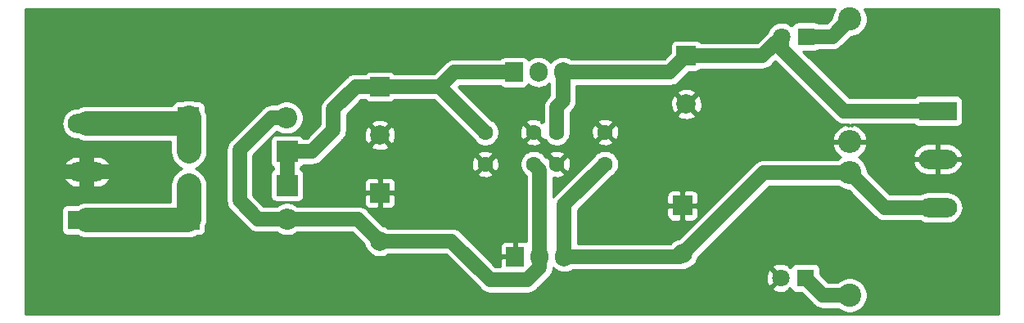
<source format=gbr>
G04 #@! TF.GenerationSoftware,KiCad,Pcbnew,5.1.5+dfsg1-2build2*
G04 #@! TF.CreationDate,2021-08-20T20:11:23+12:00*
G04 #@! TF.ProjectId,15vDualRailAC-DC,31357644-7561-46c5-9261-696c41432d44,rev?*
G04 #@! TF.SameCoordinates,Original*
G04 #@! TF.FileFunction,Copper,L1,Top*
G04 #@! TF.FilePolarity,Positive*
%FSLAX46Y46*%
G04 Gerber Fmt 4.6, Leading zero omitted, Abs format (unit mm)*
G04 Created by KiCad (PCBNEW 5.1.5+dfsg1-2build2) date 2021-08-20 20:11:23*
%MOMM*%
%LPD*%
G04 APERTURE LIST*
%ADD10C,2.000000*%
%ADD11R,2.000000X2.000000*%
%ADD12O,1.905000X2.000000*%
%ADD13R,1.905000X2.000000*%
%ADD14O,2.400000X2.400000*%
%ADD15C,2.400000*%
%ADD16O,3.960000X1.980000*%
%ADD17R,3.960000X1.980000*%
%ADD18C,1.800000*%
%ADD19R,1.800000X1.800000*%
%ADD20O,2.200000X2.200000*%
%ADD21R,2.200000X2.200000*%
%ADD22C,1.600000*%
%ADD23C,1.500000*%
%ADD24C,2.500000*%
%ADD25C,0.254000*%
G04 APERTURE END LIST*
D10*
X125300000Y-72300000D03*
D11*
X125300000Y-67300000D03*
D12*
X144380000Y-84900000D03*
X141840000Y-84900000D03*
D13*
X139300000Y-84900000D03*
D12*
X144240000Y-65800000D03*
X141700000Y-65800000D03*
D13*
X139160000Y-65800000D03*
D14*
X173900000Y-76200000D03*
D15*
X173900000Y-88900000D03*
D14*
X173900000Y-73000000D03*
D15*
X173900000Y-60300000D03*
D16*
X183000000Y-79800000D03*
X183000000Y-74800000D03*
D17*
X183000000Y-69800000D03*
D16*
X95000000Y-71100000D03*
X95000000Y-76100000D03*
D17*
X95000000Y-81100000D03*
D18*
X166760000Y-87100000D03*
D19*
X169300000Y-87100000D03*
D18*
X166860000Y-62100000D03*
D19*
X169400000Y-62100000D03*
D20*
X105540000Y-74000000D03*
D21*
X115700000Y-74000000D03*
D20*
X105540000Y-77500000D03*
D21*
X115700000Y-77500000D03*
D20*
X115660000Y-70500000D03*
D21*
X105500000Y-70500000D03*
D20*
X115700000Y-81000000D03*
D21*
X105540000Y-81000000D03*
D22*
X148600000Y-75300000D03*
X143600000Y-75300000D03*
X148600000Y-72000000D03*
X143600000Y-72000000D03*
D10*
X156600000Y-84600000D03*
D11*
X156600000Y-79600000D03*
D10*
X157000000Y-69100000D03*
D11*
X157000000Y-64100000D03*
D22*
X141200000Y-75300000D03*
X136200000Y-75300000D03*
X141200000Y-72000000D03*
X136200000Y-72000000D03*
D10*
X125300000Y-83300000D03*
D11*
X125300000Y-78300000D03*
D23*
X95000000Y-76100000D02*
X99900000Y-76100000D01*
X91200000Y-76100000D02*
X95000000Y-76100000D01*
X95000000Y-76100000D02*
X95000000Y-78200000D01*
X95000000Y-76100000D02*
X95000000Y-73800000D01*
X115700000Y-77500000D02*
X115700000Y-74000000D01*
X118300000Y-74000000D02*
X120500000Y-71800000D01*
X115700000Y-74000000D02*
X118300000Y-74000000D01*
X122800000Y-67300000D02*
X125300000Y-67300000D01*
X120500000Y-69600000D02*
X122800000Y-67300000D01*
X120500000Y-71800000D02*
X120500000Y-69600000D01*
X131500000Y-67300000D02*
X136200000Y-72000000D01*
X125300000Y-67300000D02*
X131500000Y-67300000D01*
X133000000Y-65800000D02*
X139160000Y-65800000D01*
X131500000Y-67300000D02*
X133000000Y-65800000D01*
X123000000Y-81000000D02*
X125300000Y-83300000D01*
X115700000Y-81000000D02*
X123000000Y-81000000D01*
X125300000Y-83300000D02*
X132700000Y-83300000D01*
X132700000Y-83300000D02*
X136700000Y-87300000D01*
X141840000Y-86022502D02*
X141840000Y-84900000D01*
X140562502Y-87300000D02*
X141840000Y-86022502D01*
X136700000Y-87300000D02*
X140562502Y-87300000D01*
X141840000Y-75940000D02*
X141200000Y-75300000D01*
X141840000Y-84900000D02*
X141840000Y-75940000D01*
X115700000Y-81000000D02*
X112700000Y-81000000D01*
X112700000Y-81000000D02*
X110800000Y-79100000D01*
X114104366Y-70500000D02*
X115660000Y-70500000D01*
X110800000Y-73804366D02*
X114104366Y-70500000D01*
X110800000Y-79100000D02*
X110800000Y-73804366D01*
X143600000Y-72000000D02*
X143600000Y-69400000D01*
X144240000Y-68760000D02*
X144240000Y-65800000D01*
X143600000Y-69400000D02*
X144240000Y-68760000D01*
X155300000Y-65800000D02*
X157000000Y-64100000D01*
X144240000Y-65800000D02*
X155300000Y-65800000D01*
X164860000Y-64100000D02*
X166860000Y-62100000D01*
X157000000Y-64100000D02*
X164860000Y-64100000D01*
X179520000Y-69800000D02*
X183000000Y-69800000D01*
X173287208Y-69800000D02*
X179520000Y-69800000D01*
X166860000Y-63372792D02*
X173287208Y-69800000D01*
X166860000Y-62100000D02*
X166860000Y-63372792D01*
X144380000Y-79520000D02*
X148600000Y-75300000D01*
X144380000Y-84900000D02*
X144380000Y-79520000D01*
X156300000Y-84900000D02*
X156600000Y-84600000D01*
X144380000Y-84900000D02*
X156300000Y-84900000D01*
X165000000Y-76200000D02*
X173900000Y-76200000D01*
X156600000Y-84600000D02*
X165000000Y-76200000D01*
X173900000Y-76200000D02*
X177500000Y-79800000D01*
X177500000Y-79800000D02*
X183000000Y-79800000D01*
D24*
X105540000Y-81000000D02*
X105540000Y-77500000D01*
D23*
X105440000Y-81100000D02*
X105540000Y-81000000D01*
D24*
X95000000Y-81100000D02*
X105440000Y-81100000D01*
D23*
X104900000Y-71100000D02*
X105500000Y-70500000D01*
D24*
X95000000Y-71100000D02*
X104900000Y-71100000D01*
D23*
X105540000Y-70540000D02*
X105500000Y-70500000D01*
D24*
X105540000Y-74000000D02*
X105540000Y-70540000D01*
D23*
X172100000Y-62100000D02*
X173900000Y-60300000D01*
X169400000Y-62100000D02*
X172100000Y-62100000D01*
X171100000Y-88900000D02*
X169300000Y-87100000D01*
X173900000Y-88900000D02*
X171100000Y-88900000D01*
D25*
G36*
X172273844Y-59430801D02*
G01*
X172135518Y-59764750D01*
X172065000Y-60119268D01*
X172065000Y-60176314D01*
X171526315Y-60715000D01*
X170709981Y-60715000D01*
X170654494Y-60669463D01*
X170544180Y-60610498D01*
X170424482Y-60574188D01*
X170300000Y-60561928D01*
X168500000Y-60561928D01*
X168375518Y-60574188D01*
X168255820Y-60610498D01*
X168145506Y-60669463D01*
X168048815Y-60748815D01*
X167969463Y-60845506D01*
X167910498Y-60955820D01*
X167904944Y-60974127D01*
X167838505Y-60907688D01*
X167587095Y-60739701D01*
X167307743Y-60623989D01*
X167011184Y-60565000D01*
X166708816Y-60565000D01*
X166412257Y-60623989D01*
X166132905Y-60739701D01*
X165881495Y-60907688D01*
X165667688Y-61121495D01*
X165499701Y-61372905D01*
X165408690Y-61592625D01*
X164286315Y-62715000D01*
X158505501Y-62715000D01*
X158451185Y-62648815D01*
X158354494Y-62569463D01*
X158244180Y-62510498D01*
X158124482Y-62474188D01*
X158000000Y-62461928D01*
X156000000Y-62461928D01*
X155875518Y-62474188D01*
X155755820Y-62510498D01*
X155645506Y-62569463D01*
X155548815Y-62648815D01*
X155469463Y-62745506D01*
X155410498Y-62855820D01*
X155374188Y-62975518D01*
X155361928Y-63100000D01*
X155361928Y-63779386D01*
X154726315Y-64415000D01*
X145105364Y-64415000D01*
X144850448Y-64278745D01*
X144551203Y-64187970D01*
X144240000Y-64157319D01*
X143928796Y-64187970D01*
X143629551Y-64278745D01*
X143353765Y-64426155D01*
X143112037Y-64624537D01*
X142970000Y-64797609D01*
X142827963Y-64624537D01*
X142586234Y-64426155D01*
X142310448Y-64278745D01*
X142011203Y-64187970D01*
X141700000Y-64157319D01*
X141388796Y-64187970D01*
X141089551Y-64278745D01*
X140813765Y-64426155D01*
X140687905Y-64529446D01*
X140643037Y-64445506D01*
X140563685Y-64348815D01*
X140466994Y-64269463D01*
X140356680Y-64210498D01*
X140236982Y-64174188D01*
X140112500Y-64161928D01*
X138207500Y-64161928D01*
X138083018Y-64174188D01*
X137963320Y-64210498D01*
X137853006Y-64269463D01*
X137756315Y-64348815D01*
X137701999Y-64415000D01*
X133068026Y-64415000D01*
X132999999Y-64408300D01*
X132931972Y-64415000D01*
X132931963Y-64415000D01*
X132728493Y-64435040D01*
X132467419Y-64514236D01*
X132226812Y-64642843D01*
X132226810Y-64642844D01*
X132226811Y-64642844D01*
X132068766Y-64772548D01*
X132068764Y-64772550D01*
X132015919Y-64815919D01*
X131972550Y-64868764D01*
X130926315Y-65915000D01*
X126805501Y-65915000D01*
X126751185Y-65848815D01*
X126654494Y-65769463D01*
X126544180Y-65710498D01*
X126424482Y-65674188D01*
X126300000Y-65661928D01*
X124300000Y-65661928D01*
X124175518Y-65674188D01*
X124055820Y-65710498D01*
X123945506Y-65769463D01*
X123848815Y-65848815D01*
X123794499Y-65915000D01*
X122868026Y-65915000D01*
X122799999Y-65908300D01*
X122731972Y-65915000D01*
X122731963Y-65915000D01*
X122528493Y-65935040D01*
X122267419Y-66014236D01*
X122026812Y-66142843D01*
X121986998Y-66175518D01*
X121868766Y-66272548D01*
X121868764Y-66272550D01*
X121815919Y-66315919D01*
X121772550Y-66368764D01*
X119568764Y-68572551D01*
X119515920Y-68615919D01*
X119472551Y-68668764D01*
X119472548Y-68668767D01*
X119342844Y-68826812D01*
X119214236Y-69067420D01*
X119135040Y-69328493D01*
X119108300Y-69600000D01*
X119115001Y-69668039D01*
X119115000Y-71226314D01*
X117726315Y-72615000D01*
X117367683Y-72615000D01*
X117330537Y-72545506D01*
X117251185Y-72448815D01*
X117154494Y-72369463D01*
X117044180Y-72310498D01*
X116924482Y-72274188D01*
X116800000Y-72261928D01*
X114600000Y-72261928D01*
X114475518Y-72274188D01*
X114355820Y-72310498D01*
X114245506Y-72369463D01*
X114148815Y-72448815D01*
X114069463Y-72545506D01*
X114010498Y-72655820D01*
X113974188Y-72775518D01*
X113961928Y-72900000D01*
X113961928Y-75100000D01*
X113974188Y-75224482D01*
X114010498Y-75344180D01*
X114069463Y-75454494D01*
X114148815Y-75551185D01*
X114245506Y-75630537D01*
X114315001Y-75667683D01*
X114315000Y-75832317D01*
X114245506Y-75869463D01*
X114148815Y-75948815D01*
X114069463Y-76045506D01*
X114010498Y-76155820D01*
X113974188Y-76275518D01*
X113961928Y-76400000D01*
X113961928Y-78600000D01*
X113974188Y-78724482D01*
X114010498Y-78844180D01*
X114069463Y-78954494D01*
X114148815Y-79051185D01*
X114245506Y-79130537D01*
X114355820Y-79189502D01*
X114475518Y-79225812D01*
X114600000Y-79238072D01*
X116800000Y-79238072D01*
X116924482Y-79225812D01*
X117044180Y-79189502D01*
X117154494Y-79130537D01*
X117251185Y-79051185D01*
X117330537Y-78954494D01*
X117389502Y-78844180D01*
X117425812Y-78724482D01*
X117438072Y-78600000D01*
X117438072Y-77300000D01*
X123661928Y-77300000D01*
X123665000Y-78014250D01*
X123823750Y-78173000D01*
X125173000Y-78173000D01*
X125173000Y-76823750D01*
X125427000Y-76823750D01*
X125427000Y-78173000D01*
X126776250Y-78173000D01*
X126935000Y-78014250D01*
X126938072Y-77300000D01*
X126925812Y-77175518D01*
X126889502Y-77055820D01*
X126830537Y-76945506D01*
X126751185Y-76848815D01*
X126654494Y-76769463D01*
X126544180Y-76710498D01*
X126424482Y-76674188D01*
X126300000Y-76661928D01*
X125585750Y-76665000D01*
X125427000Y-76823750D01*
X125173000Y-76823750D01*
X125014250Y-76665000D01*
X124300000Y-76661928D01*
X124175518Y-76674188D01*
X124055820Y-76710498D01*
X123945506Y-76769463D01*
X123848815Y-76848815D01*
X123769463Y-76945506D01*
X123710498Y-77055820D01*
X123674188Y-77175518D01*
X123661928Y-77300000D01*
X117438072Y-77300000D01*
X117438072Y-76400000D01*
X117427505Y-76292702D01*
X135386903Y-76292702D01*
X135458486Y-76536671D01*
X135713996Y-76657571D01*
X135988184Y-76726300D01*
X136270512Y-76740217D01*
X136550130Y-76698787D01*
X136816292Y-76603603D01*
X136941514Y-76536671D01*
X137013097Y-76292702D01*
X136200000Y-75479605D01*
X135386903Y-76292702D01*
X117427505Y-76292702D01*
X117425812Y-76275518D01*
X117389502Y-76155820D01*
X117330537Y-76045506D01*
X117251185Y-75948815D01*
X117154494Y-75869463D01*
X117085000Y-75832317D01*
X117085000Y-75667683D01*
X117154494Y-75630537D01*
X117251185Y-75551185D01*
X117330537Y-75454494D01*
X117367683Y-75385000D01*
X118231971Y-75385000D01*
X118300000Y-75391700D01*
X118368029Y-75385000D01*
X118368037Y-75385000D01*
X118515136Y-75370512D01*
X134759783Y-75370512D01*
X134801213Y-75650130D01*
X134896397Y-75916292D01*
X134963329Y-76041514D01*
X135207298Y-76113097D01*
X136020395Y-75300000D01*
X136379605Y-75300000D01*
X137192702Y-76113097D01*
X137436671Y-76041514D01*
X137557571Y-75786004D01*
X137626300Y-75511816D01*
X137640217Y-75229488D01*
X137598787Y-74949870D01*
X137503603Y-74683708D01*
X137436671Y-74558486D01*
X137192702Y-74486903D01*
X136379605Y-75300000D01*
X136020395Y-75300000D01*
X135207298Y-74486903D01*
X134963329Y-74558486D01*
X134842429Y-74813996D01*
X134773700Y-75088184D01*
X134759783Y-75370512D01*
X118515136Y-75370512D01*
X118571507Y-75364960D01*
X118832581Y-75285764D01*
X119073188Y-75157157D01*
X119284081Y-74984081D01*
X119327454Y-74931231D01*
X119951387Y-74307298D01*
X135386903Y-74307298D01*
X136200000Y-75120395D01*
X137013097Y-74307298D01*
X136941514Y-74063329D01*
X136686004Y-73942429D01*
X136411816Y-73873700D01*
X136129488Y-73859783D01*
X135849870Y-73901213D01*
X135583708Y-73996397D01*
X135458486Y-74063329D01*
X135386903Y-74307298D01*
X119951387Y-74307298D01*
X120823272Y-73435413D01*
X124344192Y-73435413D01*
X124439956Y-73699814D01*
X124729571Y-73840704D01*
X125041108Y-73922384D01*
X125362595Y-73941718D01*
X125681675Y-73897961D01*
X125986088Y-73792795D01*
X126160044Y-73699814D01*
X126255808Y-73435413D01*
X125300000Y-72479605D01*
X124344192Y-73435413D01*
X120823272Y-73435413D01*
X121431241Y-72827445D01*
X121484080Y-72784081D01*
X121527445Y-72731241D01*
X121527452Y-72731234D01*
X121657157Y-72573188D01*
X121769721Y-72362595D01*
X123658282Y-72362595D01*
X123702039Y-72681675D01*
X123807205Y-72986088D01*
X123900186Y-73160044D01*
X124164587Y-73255808D01*
X125120395Y-72300000D01*
X125479605Y-72300000D01*
X126435413Y-73255808D01*
X126699814Y-73160044D01*
X126840704Y-72870429D01*
X126922384Y-72558892D01*
X126941718Y-72237405D01*
X126897961Y-71918325D01*
X126792795Y-71613912D01*
X126699814Y-71439956D01*
X126435413Y-71344192D01*
X125479605Y-72300000D01*
X125120395Y-72300000D01*
X124164587Y-71344192D01*
X123900186Y-71439956D01*
X123759296Y-71729571D01*
X123677616Y-72041108D01*
X123658282Y-72362595D01*
X121769721Y-72362595D01*
X121785764Y-72332581D01*
X121864960Y-72071507D01*
X121865302Y-72068036D01*
X121885000Y-71868037D01*
X121885000Y-71868029D01*
X121891700Y-71800000D01*
X121885000Y-71731971D01*
X121885000Y-71164587D01*
X124344192Y-71164587D01*
X125300000Y-72120395D01*
X126255808Y-71164587D01*
X126160044Y-70900186D01*
X125870429Y-70759296D01*
X125558892Y-70677616D01*
X125237405Y-70658282D01*
X124918325Y-70702039D01*
X124613912Y-70807205D01*
X124439956Y-70900186D01*
X124344192Y-71164587D01*
X121885000Y-71164587D01*
X121885000Y-70173685D01*
X123373686Y-68685000D01*
X123794499Y-68685000D01*
X123848815Y-68751185D01*
X123945506Y-68830537D01*
X124055820Y-68889502D01*
X124175518Y-68925812D01*
X124300000Y-68938072D01*
X126300000Y-68938072D01*
X126424482Y-68925812D01*
X126544180Y-68889502D01*
X126654494Y-68830537D01*
X126751185Y-68751185D01*
X126805501Y-68685000D01*
X130926315Y-68685000D01*
X134942977Y-72701663D01*
X135085363Y-72914759D01*
X135285241Y-73114637D01*
X135520273Y-73271680D01*
X135781426Y-73379853D01*
X136058665Y-73435000D01*
X136341335Y-73435000D01*
X136618574Y-73379853D01*
X136879727Y-73271680D01*
X137114759Y-73114637D01*
X137236694Y-72992702D01*
X140386903Y-72992702D01*
X140458486Y-73236671D01*
X140713996Y-73357571D01*
X140988184Y-73426300D01*
X141270512Y-73440217D01*
X141550130Y-73398787D01*
X141816292Y-73303603D01*
X141941514Y-73236671D01*
X142013097Y-72992702D01*
X141200000Y-72179605D01*
X140386903Y-72992702D01*
X137236694Y-72992702D01*
X137314637Y-72914759D01*
X137471680Y-72679727D01*
X137579853Y-72418574D01*
X137635000Y-72141335D01*
X137635000Y-72070512D01*
X139759783Y-72070512D01*
X139801213Y-72350130D01*
X139896397Y-72616292D01*
X139963329Y-72741514D01*
X140207298Y-72813097D01*
X141020395Y-72000000D01*
X140207298Y-71186903D01*
X139963329Y-71258486D01*
X139842429Y-71513996D01*
X139773700Y-71788184D01*
X139759783Y-72070512D01*
X137635000Y-72070512D01*
X137635000Y-71858665D01*
X137579853Y-71581426D01*
X137471680Y-71320273D01*
X137314637Y-71085241D01*
X137114759Y-70885363D01*
X136901663Y-70742977D01*
X133458685Y-67300000D01*
X133573686Y-67185000D01*
X137701999Y-67185000D01*
X137756315Y-67251185D01*
X137853006Y-67330537D01*
X137963320Y-67389502D01*
X138083018Y-67425812D01*
X138207500Y-67438072D01*
X140112500Y-67438072D01*
X140236982Y-67425812D01*
X140356680Y-67389502D01*
X140466994Y-67330537D01*
X140563685Y-67251185D01*
X140643037Y-67154494D01*
X140687905Y-67070553D01*
X140813766Y-67173845D01*
X141089552Y-67321255D01*
X141388797Y-67412030D01*
X141700000Y-67442681D01*
X142011204Y-67412030D01*
X142310449Y-67321255D01*
X142586235Y-67173845D01*
X142827963Y-66975463D01*
X142855001Y-66942518D01*
X142855000Y-68186315D01*
X142668765Y-68372550D01*
X142615920Y-68415919D01*
X142572551Y-68468764D01*
X142572548Y-68468767D01*
X142442844Y-68626812D01*
X142314236Y-68867420D01*
X142235040Y-69128493D01*
X142208300Y-69400000D01*
X142215001Y-69468039D01*
X142215000Y-70976653D01*
X142129370Y-70891023D01*
X142013097Y-71007296D01*
X141941514Y-70763329D01*
X141686004Y-70642429D01*
X141411816Y-70573700D01*
X141129488Y-70559783D01*
X140849870Y-70601213D01*
X140583708Y-70696397D01*
X140458486Y-70763329D01*
X140386903Y-71007298D01*
X141200000Y-71820395D01*
X141214143Y-71806253D01*
X141393748Y-71985858D01*
X141379605Y-72000000D01*
X142192702Y-72813097D01*
X142380598Y-72757966D01*
X142485363Y-72914759D01*
X142685241Y-73114637D01*
X142920273Y-73271680D01*
X143181426Y-73379853D01*
X143458665Y-73435000D01*
X143741335Y-73435000D01*
X144018574Y-73379853D01*
X144279727Y-73271680D01*
X144514759Y-73114637D01*
X144636694Y-72992702D01*
X147786903Y-72992702D01*
X147858486Y-73236671D01*
X148113996Y-73357571D01*
X148388184Y-73426300D01*
X148670512Y-73440217D01*
X148950130Y-73398787D01*
X149216292Y-73303603D01*
X149341514Y-73236671D01*
X149413097Y-72992702D01*
X148600000Y-72179605D01*
X147786903Y-72992702D01*
X144636694Y-72992702D01*
X144714637Y-72914759D01*
X144871680Y-72679727D01*
X144979853Y-72418574D01*
X145035000Y-72141335D01*
X145035000Y-72070512D01*
X147159783Y-72070512D01*
X147201213Y-72350130D01*
X147296397Y-72616292D01*
X147363329Y-72741514D01*
X147607298Y-72813097D01*
X148420395Y-72000000D01*
X148779605Y-72000000D01*
X149592702Y-72813097D01*
X149836671Y-72741514D01*
X149957571Y-72486004D01*
X150026300Y-72211816D01*
X150040217Y-71929488D01*
X149998787Y-71649870D01*
X149903603Y-71383708D01*
X149836671Y-71258486D01*
X149592702Y-71186903D01*
X148779605Y-72000000D01*
X148420395Y-72000000D01*
X147607298Y-71186903D01*
X147363329Y-71258486D01*
X147242429Y-71513996D01*
X147173700Y-71788184D01*
X147159783Y-72070512D01*
X145035000Y-72070512D01*
X145035000Y-71858665D01*
X144985000Y-71607301D01*
X144985000Y-71007298D01*
X147786903Y-71007298D01*
X148600000Y-71820395D01*
X149413097Y-71007298D01*
X149341514Y-70763329D01*
X149086004Y-70642429D01*
X148811816Y-70573700D01*
X148529488Y-70559783D01*
X148249870Y-70601213D01*
X147983708Y-70696397D01*
X147858486Y-70763329D01*
X147786903Y-71007298D01*
X144985000Y-71007298D01*
X144985000Y-70235413D01*
X156044192Y-70235413D01*
X156139956Y-70499814D01*
X156429571Y-70640704D01*
X156741108Y-70722384D01*
X157062595Y-70741718D01*
X157381675Y-70697961D01*
X157686088Y-70592795D01*
X157860044Y-70499814D01*
X157955808Y-70235413D01*
X157000000Y-69279605D01*
X156044192Y-70235413D01*
X144985000Y-70235413D01*
X144985000Y-69973685D01*
X145171235Y-69787450D01*
X145224080Y-69744081D01*
X145283641Y-69671507D01*
X145349357Y-69591432D01*
X145397157Y-69533188D01*
X145525764Y-69292581D01*
X145565194Y-69162595D01*
X155358282Y-69162595D01*
X155402039Y-69481675D01*
X155507205Y-69786088D01*
X155600186Y-69960044D01*
X155864587Y-70055808D01*
X156820395Y-69100000D01*
X157179605Y-69100000D01*
X158135413Y-70055808D01*
X158399814Y-69960044D01*
X158540704Y-69670429D01*
X158622384Y-69358892D01*
X158641718Y-69037405D01*
X158597961Y-68718325D01*
X158492795Y-68413912D01*
X158399814Y-68239956D01*
X158135413Y-68144192D01*
X157179605Y-69100000D01*
X156820395Y-69100000D01*
X155864587Y-68144192D01*
X155600186Y-68239956D01*
X155459296Y-68529571D01*
X155377616Y-68841108D01*
X155358282Y-69162595D01*
X145565194Y-69162595D01*
X145604960Y-69031507D01*
X145625000Y-68828037D01*
X145625000Y-68828029D01*
X145631700Y-68760000D01*
X145625000Y-68691971D01*
X145625000Y-67964587D01*
X156044192Y-67964587D01*
X157000000Y-68920395D01*
X157955808Y-67964587D01*
X157860044Y-67700186D01*
X157570429Y-67559296D01*
X157258892Y-67477616D01*
X156937405Y-67458282D01*
X156618325Y-67502039D01*
X156313912Y-67607205D01*
X156139956Y-67700186D01*
X156044192Y-67964587D01*
X145625000Y-67964587D01*
X145625000Y-67185000D01*
X155231971Y-67185000D01*
X155300000Y-67191700D01*
X155368029Y-67185000D01*
X155368037Y-67185000D01*
X155571507Y-67164960D01*
X155832581Y-67085764D01*
X156073188Y-66957157D01*
X156284081Y-66784081D01*
X156327454Y-66731231D01*
X157320614Y-65738072D01*
X158000000Y-65738072D01*
X158124482Y-65725812D01*
X158244180Y-65689502D01*
X158354494Y-65630537D01*
X158451185Y-65551185D01*
X158505501Y-65485000D01*
X164791971Y-65485000D01*
X164860000Y-65491700D01*
X164928029Y-65485000D01*
X164928037Y-65485000D01*
X165131507Y-65464960D01*
X165392581Y-65385764D01*
X165633188Y-65257157D01*
X165844081Y-65084081D01*
X165887454Y-65031231D01*
X166223604Y-64695081D01*
X172259758Y-70731236D01*
X172303127Y-70784081D01*
X172355972Y-70827450D01*
X172355974Y-70827452D01*
X172514020Y-70957157D01*
X172754627Y-71085764D01*
X173015701Y-71164960D01*
X173219171Y-71185000D01*
X173219179Y-71185000D01*
X173287208Y-71191700D01*
X173355237Y-71185000D01*
X173772998Y-71185000D01*
X173772998Y-71328567D01*
X173488195Y-71211805D01*
X173248934Y-71284379D01*
X172926743Y-71444361D01*
X172641954Y-71664125D01*
X172405511Y-71935226D01*
X172226500Y-72247246D01*
X172111801Y-72588194D01*
X172228146Y-72873000D01*
X173773000Y-72873000D01*
X173773000Y-72853000D01*
X174027000Y-72853000D01*
X174027000Y-72873000D01*
X175571854Y-72873000D01*
X175688199Y-72588194D01*
X175573500Y-72247246D01*
X175394489Y-71935226D01*
X175158046Y-71664125D01*
X174873257Y-71444361D01*
X174551066Y-71284379D01*
X174311805Y-71211805D01*
X174027002Y-71328567D01*
X174027002Y-71185000D01*
X180522705Y-71185000D01*
X180568815Y-71241185D01*
X180665506Y-71320537D01*
X180775820Y-71379502D01*
X180895518Y-71415812D01*
X181020000Y-71428072D01*
X184980000Y-71428072D01*
X185104482Y-71415812D01*
X185224180Y-71379502D01*
X185334494Y-71320537D01*
X185431185Y-71241185D01*
X185510537Y-71144494D01*
X185569502Y-71034180D01*
X185605812Y-70914482D01*
X185618072Y-70790000D01*
X185618072Y-68810000D01*
X185605812Y-68685518D01*
X185569502Y-68565820D01*
X185510537Y-68455506D01*
X185431185Y-68358815D01*
X185334494Y-68279463D01*
X185224180Y-68220498D01*
X185104482Y-68184188D01*
X184980000Y-68171928D01*
X181020000Y-68171928D01*
X180895518Y-68184188D01*
X180775820Y-68220498D01*
X180665506Y-68279463D01*
X180568815Y-68358815D01*
X180522705Y-68415000D01*
X173860894Y-68415000D01*
X169083965Y-63638072D01*
X170300000Y-63638072D01*
X170424482Y-63625812D01*
X170544180Y-63589502D01*
X170654494Y-63530537D01*
X170709981Y-63485000D01*
X172031971Y-63485000D01*
X172100000Y-63491700D01*
X172168029Y-63485000D01*
X172168037Y-63485000D01*
X172371507Y-63464960D01*
X172632581Y-63385764D01*
X172873188Y-63257157D01*
X173084081Y-63084081D01*
X173127454Y-63031231D01*
X174023686Y-62135000D01*
X174080732Y-62135000D01*
X174435250Y-62064482D01*
X174769199Y-61926156D01*
X175069744Y-61725338D01*
X175325338Y-61469744D01*
X175526156Y-61169199D01*
X175664482Y-60835250D01*
X175735000Y-60480732D01*
X175735000Y-60119268D01*
X175664482Y-59764750D01*
X175526156Y-59430801D01*
X175389980Y-59227000D01*
X189273000Y-59227000D01*
X189273000Y-90840000D01*
X88660000Y-90840000D01*
X88660000Y-76478865D01*
X92429782Y-76478865D01*
X92460095Y-76604528D01*
X92588304Y-76897205D01*
X92771148Y-77159246D01*
X93001601Y-77380581D01*
X93270806Y-77552704D01*
X93568418Y-77669000D01*
X93883000Y-77725000D01*
X94873000Y-77725000D01*
X94873000Y-76227000D01*
X95127000Y-76227000D01*
X95127000Y-77725000D01*
X96117000Y-77725000D01*
X96431582Y-77669000D01*
X96729194Y-77552704D01*
X96998399Y-77380581D01*
X97228852Y-77159246D01*
X97411696Y-76897205D01*
X97539905Y-76604528D01*
X97570218Y-76478865D01*
X97450740Y-76227000D01*
X95127000Y-76227000D01*
X94873000Y-76227000D01*
X92549260Y-76227000D01*
X92429782Y-76478865D01*
X88660000Y-76478865D01*
X88660000Y-75721135D01*
X92429782Y-75721135D01*
X92549260Y-75973000D01*
X94873000Y-75973000D01*
X94873000Y-74475000D01*
X95127000Y-74475000D01*
X95127000Y-75973000D01*
X97450740Y-75973000D01*
X97570218Y-75721135D01*
X97539905Y-75595472D01*
X97411696Y-75302795D01*
X97228852Y-75040754D01*
X96998399Y-74819419D01*
X96729194Y-74647296D01*
X96431582Y-74531000D01*
X96117000Y-74475000D01*
X95127000Y-74475000D01*
X94873000Y-74475000D01*
X93883000Y-74475000D01*
X93568418Y-74531000D01*
X93270806Y-74647296D01*
X93001601Y-74819419D01*
X92771148Y-75040754D01*
X92588304Y-75302795D01*
X92460095Y-75595472D01*
X92429782Y-75721135D01*
X88660000Y-75721135D01*
X88660000Y-71100000D01*
X92377138Y-71100000D01*
X92408513Y-71418556D01*
X92501432Y-71724869D01*
X92652325Y-72007170D01*
X92855392Y-72254608D01*
X93102830Y-72457675D01*
X93385131Y-72608568D01*
X93691444Y-72701487D01*
X93930176Y-72725000D01*
X94041408Y-72725000D01*
X94275152Y-72849939D01*
X94630476Y-72957725D01*
X94907403Y-72985000D01*
X103655000Y-72985000D01*
X103655000Y-74092596D01*
X103682275Y-74369523D01*
X103790061Y-74724847D01*
X103965097Y-75052317D01*
X104200655Y-75339345D01*
X104487683Y-75574903D01*
X104815152Y-75749939D01*
X104815354Y-75750000D01*
X104815153Y-75750061D01*
X104487684Y-75925097D01*
X104200656Y-76160655D01*
X103965098Y-76447683D01*
X103790062Y-76775152D01*
X103682276Y-77130476D01*
X103655001Y-77407403D01*
X103655001Y-79215000D01*
X94907403Y-79215000D01*
X94630476Y-79242275D01*
X94275152Y-79350061D01*
X94047155Y-79471928D01*
X93020000Y-79471928D01*
X92895518Y-79484188D01*
X92775820Y-79520498D01*
X92665506Y-79579463D01*
X92568815Y-79658815D01*
X92489463Y-79755506D01*
X92430498Y-79865820D01*
X92394188Y-79985518D01*
X92381928Y-80110000D01*
X92381928Y-82090000D01*
X92394188Y-82214482D01*
X92430498Y-82334180D01*
X92489463Y-82444494D01*
X92568815Y-82541185D01*
X92665506Y-82620537D01*
X92775820Y-82679502D01*
X92895518Y-82715812D01*
X93020000Y-82728072D01*
X94047155Y-82728072D01*
X94275152Y-82849939D01*
X94630476Y-82957725D01*
X94907403Y-82985000D01*
X105532597Y-82985000D01*
X105809524Y-82957725D01*
X106164848Y-82849939D01*
X106374136Y-82738072D01*
X106640000Y-82738072D01*
X106764482Y-82725812D01*
X106884180Y-82689502D01*
X106994494Y-82630537D01*
X107091185Y-82551185D01*
X107170537Y-82454494D01*
X107229502Y-82344180D01*
X107265812Y-82224482D01*
X107278072Y-82100000D01*
X107278072Y-81747050D01*
X107289939Y-81724848D01*
X107397725Y-81369524D01*
X107425000Y-81092597D01*
X107425000Y-77407403D01*
X107397725Y-77130476D01*
X107289939Y-76775152D01*
X107114903Y-76447683D01*
X106879345Y-76160655D01*
X106592317Y-75925097D01*
X106264848Y-75750061D01*
X106264646Y-75750000D01*
X106264847Y-75749939D01*
X106592317Y-75574903D01*
X106879345Y-75339345D01*
X107114903Y-75052317D01*
X107289939Y-74724848D01*
X107397725Y-74369524D01*
X107425000Y-74092597D01*
X107425000Y-73804366D01*
X109408300Y-73804366D01*
X109415001Y-73872405D01*
X109415000Y-79031971D01*
X109408300Y-79100000D01*
X109415000Y-79168029D01*
X109415000Y-79168036D01*
X109425455Y-79274188D01*
X109435040Y-79371507D01*
X109487420Y-79544180D01*
X109514236Y-79632580D01*
X109642843Y-79873187D01*
X109664848Y-79900000D01*
X109759981Y-80015919D01*
X109815919Y-80084080D01*
X109868765Y-80127450D01*
X111672550Y-81931236D01*
X111715919Y-81984081D01*
X111768764Y-82027450D01*
X111768766Y-82027452D01*
X111837769Y-82084081D01*
X111926812Y-82157157D01*
X112167419Y-82285764D01*
X112428493Y-82364960D01*
X112631963Y-82385000D01*
X112631971Y-82385000D01*
X112700000Y-82391700D01*
X112768029Y-82385000D01*
X114649881Y-82385000D01*
X114878169Y-82537537D01*
X115193919Y-82668325D01*
X115529117Y-82735000D01*
X115870883Y-82735000D01*
X116206081Y-82668325D01*
X116521831Y-82537537D01*
X116750119Y-82385000D01*
X122426315Y-82385000D01*
X123705387Y-83664073D01*
X123727832Y-83776912D01*
X123851082Y-84074463D01*
X124030013Y-84342252D01*
X124257748Y-84569987D01*
X124525537Y-84748918D01*
X124823088Y-84872168D01*
X125138967Y-84935000D01*
X125461033Y-84935000D01*
X125776912Y-84872168D01*
X126074463Y-84748918D01*
X126170123Y-84685000D01*
X132126315Y-84685000D01*
X135672550Y-88231236D01*
X135715919Y-88284081D01*
X135768764Y-88327450D01*
X135768766Y-88327452D01*
X135801717Y-88354494D01*
X135926812Y-88457157D01*
X136167419Y-88585764D01*
X136428493Y-88664960D01*
X136631963Y-88685000D01*
X136631972Y-88685000D01*
X136699999Y-88691700D01*
X136768026Y-88685000D01*
X140494473Y-88685000D01*
X140562502Y-88691700D01*
X140630531Y-88685000D01*
X140630539Y-88685000D01*
X140834009Y-88664960D01*
X141095083Y-88585764D01*
X141335690Y-88457157D01*
X141546583Y-88284081D01*
X141589956Y-88231231D01*
X142654634Y-87166553D01*
X165219009Y-87166553D01*
X165261603Y-87465907D01*
X165361778Y-87751199D01*
X165441739Y-87900792D01*
X165695920Y-87984475D01*
X166580395Y-87100000D01*
X165695920Y-86215525D01*
X165441739Y-86299208D01*
X165310842Y-86571775D01*
X165235635Y-86864642D01*
X165219009Y-87166553D01*
X142654634Y-87166553D01*
X142771241Y-87049947D01*
X142824080Y-87006583D01*
X142867445Y-86953743D01*
X142867452Y-86953736D01*
X142997156Y-86795691D01*
X142997158Y-86795689D01*
X143125764Y-86555083D01*
X143166360Y-86421255D01*
X143204960Y-86294010D01*
X143216960Y-86172168D01*
X143225000Y-86090539D01*
X143225000Y-86090531D01*
X143229222Y-86047663D01*
X143252037Y-86075463D01*
X143493766Y-86273845D01*
X143769552Y-86421255D01*
X144068797Y-86512030D01*
X144380000Y-86542681D01*
X144691204Y-86512030D01*
X144990449Y-86421255D01*
X145245365Y-86285000D01*
X156231971Y-86285000D01*
X156300000Y-86291700D01*
X156368029Y-86285000D01*
X156368037Y-86285000D01*
X156571507Y-86264960D01*
X156670272Y-86235000D01*
X156761033Y-86235000D01*
X157076912Y-86172168D01*
X157374463Y-86048918D01*
X157393915Y-86035920D01*
X165875525Y-86035920D01*
X166760000Y-86920395D01*
X166774143Y-86906253D01*
X166953748Y-87085858D01*
X166939605Y-87100000D01*
X166953748Y-87114143D01*
X166774143Y-87293748D01*
X166760000Y-87279605D01*
X165875525Y-88164080D01*
X165959208Y-88418261D01*
X166231775Y-88549158D01*
X166524642Y-88624365D01*
X166826553Y-88640991D01*
X167125907Y-88598397D01*
X167411199Y-88498222D01*
X167560792Y-88418261D01*
X167644474Y-88164082D01*
X167760422Y-88280030D01*
X167807187Y-88233265D01*
X167810498Y-88244180D01*
X167869463Y-88354494D01*
X167948815Y-88451185D01*
X168045506Y-88530537D01*
X168155820Y-88589502D01*
X168275518Y-88625812D01*
X168400000Y-88638072D01*
X168879387Y-88638072D01*
X170072550Y-89831236D01*
X170115919Y-89884081D01*
X170168764Y-89927450D01*
X170168766Y-89927452D01*
X170281099Y-90019641D01*
X170326812Y-90057157D01*
X170567419Y-90185764D01*
X170828493Y-90264960D01*
X171031963Y-90285000D01*
X171031972Y-90285000D01*
X171099999Y-90291700D01*
X171168026Y-90285000D01*
X172689918Y-90285000D01*
X172730256Y-90325338D01*
X173030801Y-90526156D01*
X173364750Y-90664482D01*
X173719268Y-90735000D01*
X174080732Y-90735000D01*
X174435250Y-90664482D01*
X174769199Y-90526156D01*
X175069744Y-90325338D01*
X175325338Y-90069744D01*
X175526156Y-89769199D01*
X175664482Y-89435250D01*
X175735000Y-89080732D01*
X175735000Y-88719268D01*
X175664482Y-88364750D01*
X175526156Y-88030801D01*
X175325338Y-87730256D01*
X175069744Y-87474662D01*
X174769199Y-87273844D01*
X174435250Y-87135518D01*
X174080732Y-87065000D01*
X173719268Y-87065000D01*
X173364750Y-87135518D01*
X173030801Y-87273844D01*
X172730256Y-87474662D01*
X172689918Y-87515000D01*
X171673686Y-87515000D01*
X170838072Y-86679387D01*
X170838072Y-86200000D01*
X170825812Y-86075518D01*
X170789502Y-85955820D01*
X170730537Y-85845506D01*
X170651185Y-85748815D01*
X170554494Y-85669463D01*
X170444180Y-85610498D01*
X170324482Y-85574188D01*
X170200000Y-85561928D01*
X168400000Y-85561928D01*
X168275518Y-85574188D01*
X168155820Y-85610498D01*
X168045506Y-85669463D01*
X167948815Y-85748815D01*
X167869463Y-85845506D01*
X167810498Y-85955820D01*
X167807187Y-85966735D01*
X167760422Y-85919970D01*
X167644474Y-86035918D01*
X167560792Y-85781739D01*
X167288225Y-85650842D01*
X166995358Y-85575635D01*
X166693447Y-85559009D01*
X166394093Y-85601603D01*
X166108801Y-85701778D01*
X165959208Y-85781739D01*
X165875525Y-86035920D01*
X157393915Y-86035920D01*
X157642252Y-85869987D01*
X157869987Y-85642252D01*
X158048918Y-85374463D01*
X158172168Y-85076912D01*
X158194613Y-84964072D01*
X165573686Y-77585000D01*
X172689918Y-77585000D01*
X172730256Y-77625338D01*
X173030801Y-77826156D01*
X173364750Y-77964482D01*
X173719268Y-78035000D01*
X173776315Y-78035000D01*
X176472550Y-80731236D01*
X176515919Y-80784081D01*
X176568764Y-80827450D01*
X176568766Y-80827452D01*
X176723567Y-80954494D01*
X176726812Y-80957157D01*
X176967419Y-81085764D01*
X177228493Y-81164960D01*
X177431963Y-81185000D01*
X177431971Y-81185000D01*
X177500000Y-81191700D01*
X177568029Y-81185000D01*
X181153951Y-81185000D01*
X181385131Y-81308568D01*
X181691444Y-81401487D01*
X181930176Y-81425000D01*
X184069824Y-81425000D01*
X184308556Y-81401487D01*
X184614869Y-81308568D01*
X184897170Y-81157675D01*
X185144608Y-80954608D01*
X185347675Y-80707170D01*
X185498568Y-80424869D01*
X185591487Y-80118556D01*
X185622862Y-79800000D01*
X185591487Y-79481444D01*
X185498568Y-79175131D01*
X185347675Y-78892830D01*
X185144608Y-78645392D01*
X184897170Y-78442325D01*
X184614869Y-78291432D01*
X184308556Y-78198513D01*
X184069824Y-78175000D01*
X181930176Y-78175000D01*
X181691444Y-78198513D01*
X181385131Y-78291432D01*
X181153951Y-78415000D01*
X178073686Y-78415000D01*
X175735000Y-76076315D01*
X175735000Y-76019268D01*
X175664482Y-75664750D01*
X175526156Y-75330801D01*
X175424636Y-75178865D01*
X180429782Y-75178865D01*
X180460095Y-75304528D01*
X180588304Y-75597205D01*
X180771148Y-75859246D01*
X181001601Y-76080581D01*
X181270806Y-76252704D01*
X181568418Y-76369000D01*
X181883000Y-76425000D01*
X182873000Y-76425000D01*
X182873000Y-74927000D01*
X183127000Y-74927000D01*
X183127000Y-76425000D01*
X184117000Y-76425000D01*
X184431582Y-76369000D01*
X184729194Y-76252704D01*
X184998399Y-76080581D01*
X185228852Y-75859246D01*
X185411696Y-75597205D01*
X185539905Y-75304528D01*
X185570218Y-75178865D01*
X185450740Y-74927000D01*
X183127000Y-74927000D01*
X182873000Y-74927000D01*
X180549260Y-74927000D01*
X180429782Y-75178865D01*
X175424636Y-75178865D01*
X175325338Y-75030256D01*
X175069744Y-74774662D01*
X174797931Y-74593042D01*
X174873257Y-74555639D01*
X175047558Y-74421135D01*
X180429782Y-74421135D01*
X180549260Y-74673000D01*
X182873000Y-74673000D01*
X182873000Y-73175000D01*
X183127000Y-73175000D01*
X183127000Y-74673000D01*
X185450740Y-74673000D01*
X185570218Y-74421135D01*
X185539905Y-74295472D01*
X185411696Y-74002795D01*
X185228852Y-73740754D01*
X184998399Y-73519419D01*
X184729194Y-73347296D01*
X184431582Y-73231000D01*
X184117000Y-73175000D01*
X183127000Y-73175000D01*
X182873000Y-73175000D01*
X181883000Y-73175000D01*
X181568418Y-73231000D01*
X181270806Y-73347296D01*
X181001601Y-73519419D01*
X180771148Y-73740754D01*
X180588304Y-74002795D01*
X180460095Y-74295472D01*
X180429782Y-74421135D01*
X175047558Y-74421135D01*
X175158046Y-74335875D01*
X175394489Y-74064774D01*
X175573500Y-73752754D01*
X175688199Y-73411806D01*
X175571854Y-73127000D01*
X174027000Y-73127000D01*
X174027000Y-73147000D01*
X173773000Y-73147000D01*
X173773000Y-73127000D01*
X172228146Y-73127000D01*
X172111801Y-73411806D01*
X172226500Y-73752754D01*
X172405511Y-74064774D01*
X172641954Y-74335875D01*
X172926743Y-74555639D01*
X173002069Y-74593042D01*
X172730256Y-74774662D01*
X172689918Y-74815000D01*
X165068029Y-74815000D01*
X165000000Y-74808300D01*
X164931971Y-74815000D01*
X164931963Y-74815000D01*
X164761207Y-74831818D01*
X164728492Y-74835040D01*
X164575579Y-74881426D01*
X164467419Y-74914236D01*
X164226812Y-75042843D01*
X164149858Y-75105998D01*
X164068766Y-75172548D01*
X164068764Y-75172550D01*
X164015919Y-75215919D01*
X163972550Y-75268764D01*
X156235928Y-83005387D01*
X156123088Y-83027832D01*
X155825537Y-83151082D01*
X155557748Y-83330013D01*
X155372761Y-83515000D01*
X145765000Y-83515000D01*
X145765000Y-80600000D01*
X154961928Y-80600000D01*
X154974188Y-80724482D01*
X155010498Y-80844180D01*
X155069463Y-80954494D01*
X155148815Y-81051185D01*
X155245506Y-81130537D01*
X155355820Y-81189502D01*
X155475518Y-81225812D01*
X155600000Y-81238072D01*
X156314250Y-81235000D01*
X156473000Y-81076250D01*
X156473000Y-79727000D01*
X156727000Y-79727000D01*
X156727000Y-81076250D01*
X156885750Y-81235000D01*
X157600000Y-81238072D01*
X157724482Y-81225812D01*
X157844180Y-81189502D01*
X157954494Y-81130537D01*
X158051185Y-81051185D01*
X158130537Y-80954494D01*
X158189502Y-80844180D01*
X158225812Y-80724482D01*
X158238072Y-80600000D01*
X158235000Y-79885750D01*
X158076250Y-79727000D01*
X156727000Y-79727000D01*
X156473000Y-79727000D01*
X155123750Y-79727000D01*
X154965000Y-79885750D01*
X154961928Y-80600000D01*
X145765000Y-80600000D01*
X145765000Y-80093685D01*
X147258685Y-78600000D01*
X154961928Y-78600000D01*
X154965000Y-79314250D01*
X155123750Y-79473000D01*
X156473000Y-79473000D01*
X156473000Y-78123750D01*
X156727000Y-78123750D01*
X156727000Y-79473000D01*
X158076250Y-79473000D01*
X158235000Y-79314250D01*
X158238072Y-78600000D01*
X158225812Y-78475518D01*
X158189502Y-78355820D01*
X158130537Y-78245506D01*
X158051185Y-78148815D01*
X157954494Y-78069463D01*
X157844180Y-78010498D01*
X157724482Y-77974188D01*
X157600000Y-77961928D01*
X156885750Y-77965000D01*
X156727000Y-78123750D01*
X156473000Y-78123750D01*
X156314250Y-77965000D01*
X155600000Y-77961928D01*
X155475518Y-77974188D01*
X155355820Y-78010498D01*
X155245506Y-78069463D01*
X155148815Y-78148815D01*
X155069463Y-78245506D01*
X155010498Y-78355820D01*
X154974188Y-78475518D01*
X154961928Y-78600000D01*
X147258685Y-78600000D01*
X149301663Y-76557023D01*
X149514759Y-76414637D01*
X149714637Y-76214759D01*
X149871680Y-75979727D01*
X149979853Y-75718574D01*
X150035000Y-75441335D01*
X150035000Y-75158665D01*
X149979853Y-74881426D01*
X149871680Y-74620273D01*
X149714637Y-74385241D01*
X149514759Y-74185363D01*
X149279727Y-74028320D01*
X149018574Y-73920147D01*
X148741335Y-73865000D01*
X148458665Y-73865000D01*
X148181426Y-73920147D01*
X147920273Y-74028320D01*
X147685241Y-74185363D01*
X147485363Y-74385241D01*
X147342977Y-74598337D01*
X143448764Y-78492551D01*
X143395920Y-78535919D01*
X143352551Y-78588764D01*
X143352548Y-78588767D01*
X143225000Y-78744185D01*
X143225000Y-76685396D01*
X143388184Y-76726300D01*
X143670512Y-76740217D01*
X143950130Y-76698787D01*
X144216292Y-76603603D01*
X144341514Y-76536671D01*
X144413097Y-76292702D01*
X143600000Y-75479605D01*
X143585858Y-75493748D01*
X143406253Y-75314143D01*
X143420395Y-75300000D01*
X143779605Y-75300000D01*
X144592702Y-76113097D01*
X144836671Y-76041514D01*
X144957571Y-75786004D01*
X145026300Y-75511816D01*
X145040217Y-75229488D01*
X144998787Y-74949870D01*
X144903603Y-74683708D01*
X144836671Y-74558486D01*
X144592702Y-74486903D01*
X143779605Y-75300000D01*
X143420395Y-75300000D01*
X142607298Y-74486903D01*
X142419402Y-74542034D01*
X142314637Y-74385241D01*
X142236694Y-74307298D01*
X142786903Y-74307298D01*
X143600000Y-75120395D01*
X144413097Y-74307298D01*
X144341514Y-74063329D01*
X144086004Y-73942429D01*
X143811816Y-73873700D01*
X143529488Y-73859783D01*
X143249870Y-73901213D01*
X142983708Y-73996397D01*
X142858486Y-74063329D01*
X142786903Y-74307298D01*
X142236694Y-74307298D01*
X142114759Y-74185363D01*
X141879727Y-74028320D01*
X141618574Y-73920147D01*
X141341335Y-73865000D01*
X141058665Y-73865000D01*
X140781426Y-73920147D01*
X140520273Y-74028320D01*
X140285241Y-74185363D01*
X140085363Y-74385241D01*
X139928320Y-74620273D01*
X139820147Y-74881426D01*
X139765000Y-75158665D01*
X139765000Y-75441335D01*
X139820147Y-75718574D01*
X139928320Y-75979727D01*
X140085363Y-76214759D01*
X140285241Y-76414637D01*
X140455001Y-76528067D01*
X140455000Y-83297855D01*
X140376982Y-83274188D01*
X140252500Y-83261928D01*
X139585750Y-83265000D01*
X139427000Y-83423750D01*
X139427000Y-84773000D01*
X139447000Y-84773000D01*
X139447000Y-85027000D01*
X139427000Y-85027000D01*
X139427000Y-85047000D01*
X139173000Y-85047000D01*
X139173000Y-85027000D01*
X137871250Y-85027000D01*
X137712500Y-85185750D01*
X137709428Y-85900000D01*
X137710905Y-85915000D01*
X137273686Y-85915000D01*
X135258686Y-83900000D01*
X137709428Y-83900000D01*
X137712500Y-84614250D01*
X137871250Y-84773000D01*
X139173000Y-84773000D01*
X139173000Y-83423750D01*
X139014250Y-83265000D01*
X138347500Y-83261928D01*
X138223018Y-83274188D01*
X138103320Y-83310498D01*
X137993006Y-83369463D01*
X137896315Y-83448815D01*
X137816963Y-83545506D01*
X137757998Y-83655820D01*
X137721688Y-83775518D01*
X137709428Y-83900000D01*
X135258686Y-83900000D01*
X133727454Y-82368769D01*
X133684081Y-82315919D01*
X133473188Y-82142843D01*
X133232581Y-82014236D01*
X132971507Y-81935040D01*
X132768037Y-81915000D01*
X132768029Y-81915000D01*
X132700000Y-81908300D01*
X132631971Y-81915000D01*
X126170123Y-81915000D01*
X126074463Y-81851082D01*
X125776912Y-81727832D01*
X125664073Y-81705387D01*
X124027454Y-80068769D01*
X123984081Y-80015919D01*
X123773188Y-79842843D01*
X123532581Y-79714236D01*
X123271507Y-79635040D01*
X123068037Y-79615000D01*
X123068029Y-79615000D01*
X123000000Y-79608300D01*
X122931971Y-79615000D01*
X116750119Y-79615000D01*
X116521831Y-79462463D01*
X116206081Y-79331675D01*
X116046840Y-79300000D01*
X123661928Y-79300000D01*
X123674188Y-79424482D01*
X123710498Y-79544180D01*
X123769463Y-79654494D01*
X123848815Y-79751185D01*
X123945506Y-79830537D01*
X124055820Y-79889502D01*
X124175518Y-79925812D01*
X124300000Y-79938072D01*
X125014250Y-79935000D01*
X125173000Y-79776250D01*
X125173000Y-78427000D01*
X125427000Y-78427000D01*
X125427000Y-79776250D01*
X125585750Y-79935000D01*
X126300000Y-79938072D01*
X126424482Y-79925812D01*
X126544180Y-79889502D01*
X126654494Y-79830537D01*
X126751185Y-79751185D01*
X126830537Y-79654494D01*
X126889502Y-79544180D01*
X126925812Y-79424482D01*
X126938072Y-79300000D01*
X126935000Y-78585750D01*
X126776250Y-78427000D01*
X125427000Y-78427000D01*
X125173000Y-78427000D01*
X123823750Y-78427000D01*
X123665000Y-78585750D01*
X123661928Y-79300000D01*
X116046840Y-79300000D01*
X115870883Y-79265000D01*
X115529117Y-79265000D01*
X115193919Y-79331675D01*
X114878169Y-79462463D01*
X114649881Y-79615000D01*
X113273686Y-79615000D01*
X112185000Y-78526315D01*
X112185000Y-74378051D01*
X114650746Y-71912305D01*
X114838169Y-72037537D01*
X115153919Y-72168325D01*
X115489117Y-72235000D01*
X115830883Y-72235000D01*
X116166081Y-72168325D01*
X116481831Y-72037537D01*
X116765998Y-71847663D01*
X117007663Y-71605998D01*
X117197537Y-71321831D01*
X117328325Y-71006081D01*
X117395000Y-70670883D01*
X117395000Y-70329117D01*
X117328325Y-69993919D01*
X117197537Y-69678169D01*
X117007663Y-69394002D01*
X116765998Y-69152337D01*
X116481831Y-68962463D01*
X116166081Y-68831675D01*
X115830883Y-68765000D01*
X115489117Y-68765000D01*
X115153919Y-68831675D01*
X114838169Y-68962463D01*
X114609881Y-69115000D01*
X114172392Y-69115000D01*
X114104365Y-69108300D01*
X114036338Y-69115000D01*
X114036329Y-69115000D01*
X113832859Y-69135040D01*
X113571785Y-69214236D01*
X113331178Y-69342843D01*
X113331176Y-69342844D01*
X113331177Y-69342844D01*
X113173132Y-69472548D01*
X113173130Y-69472550D01*
X113120285Y-69515919D01*
X113076916Y-69568764D01*
X109868764Y-72776917D01*
X109815920Y-72820285D01*
X109772551Y-72873130D01*
X109772548Y-72873133D01*
X109642844Y-73031178D01*
X109514236Y-73271786D01*
X109435040Y-73532859D01*
X109408300Y-73804366D01*
X107425000Y-73804366D01*
X107425000Y-70447403D01*
X107397725Y-70170476D01*
X107289939Y-69815152D01*
X107238072Y-69718116D01*
X107238072Y-69400000D01*
X107225812Y-69275518D01*
X107189502Y-69155820D01*
X107130537Y-69045506D01*
X107051185Y-68948815D01*
X106954494Y-68869463D01*
X106844180Y-68810498D01*
X106724482Y-68774188D01*
X106600000Y-68761928D01*
X106172106Y-68761928D01*
X105909524Y-68682275D01*
X105540000Y-68645880D01*
X105170477Y-68682275D01*
X104907895Y-68761928D01*
X104400000Y-68761928D01*
X104275518Y-68774188D01*
X104155820Y-68810498D01*
X104045506Y-68869463D01*
X103948815Y-68948815D01*
X103869463Y-69045506D01*
X103810498Y-69155820D01*
X103792546Y-69215000D01*
X94907403Y-69215000D01*
X94630476Y-69242275D01*
X94275152Y-69350061D01*
X94041408Y-69475000D01*
X93930176Y-69475000D01*
X93691444Y-69498513D01*
X93385131Y-69591432D01*
X93102830Y-69742325D01*
X92855392Y-69945392D01*
X92652325Y-70192830D01*
X92501432Y-70475131D01*
X92408513Y-70781444D01*
X92377138Y-71100000D01*
X88660000Y-71100000D01*
X88660000Y-59227000D01*
X172410020Y-59227000D01*
X172273844Y-59430801D01*
G37*
X172273844Y-59430801D02*
X172135518Y-59764750D01*
X172065000Y-60119268D01*
X172065000Y-60176314D01*
X171526315Y-60715000D01*
X170709981Y-60715000D01*
X170654494Y-60669463D01*
X170544180Y-60610498D01*
X170424482Y-60574188D01*
X170300000Y-60561928D01*
X168500000Y-60561928D01*
X168375518Y-60574188D01*
X168255820Y-60610498D01*
X168145506Y-60669463D01*
X168048815Y-60748815D01*
X167969463Y-60845506D01*
X167910498Y-60955820D01*
X167904944Y-60974127D01*
X167838505Y-60907688D01*
X167587095Y-60739701D01*
X167307743Y-60623989D01*
X167011184Y-60565000D01*
X166708816Y-60565000D01*
X166412257Y-60623989D01*
X166132905Y-60739701D01*
X165881495Y-60907688D01*
X165667688Y-61121495D01*
X165499701Y-61372905D01*
X165408690Y-61592625D01*
X164286315Y-62715000D01*
X158505501Y-62715000D01*
X158451185Y-62648815D01*
X158354494Y-62569463D01*
X158244180Y-62510498D01*
X158124482Y-62474188D01*
X158000000Y-62461928D01*
X156000000Y-62461928D01*
X155875518Y-62474188D01*
X155755820Y-62510498D01*
X155645506Y-62569463D01*
X155548815Y-62648815D01*
X155469463Y-62745506D01*
X155410498Y-62855820D01*
X155374188Y-62975518D01*
X155361928Y-63100000D01*
X155361928Y-63779386D01*
X154726315Y-64415000D01*
X145105364Y-64415000D01*
X144850448Y-64278745D01*
X144551203Y-64187970D01*
X144240000Y-64157319D01*
X143928796Y-64187970D01*
X143629551Y-64278745D01*
X143353765Y-64426155D01*
X143112037Y-64624537D01*
X142970000Y-64797609D01*
X142827963Y-64624537D01*
X142586234Y-64426155D01*
X142310448Y-64278745D01*
X142011203Y-64187970D01*
X141700000Y-64157319D01*
X141388796Y-64187970D01*
X141089551Y-64278745D01*
X140813765Y-64426155D01*
X140687905Y-64529446D01*
X140643037Y-64445506D01*
X140563685Y-64348815D01*
X140466994Y-64269463D01*
X140356680Y-64210498D01*
X140236982Y-64174188D01*
X140112500Y-64161928D01*
X138207500Y-64161928D01*
X138083018Y-64174188D01*
X137963320Y-64210498D01*
X137853006Y-64269463D01*
X137756315Y-64348815D01*
X137701999Y-64415000D01*
X133068026Y-64415000D01*
X132999999Y-64408300D01*
X132931972Y-64415000D01*
X132931963Y-64415000D01*
X132728493Y-64435040D01*
X132467419Y-64514236D01*
X132226812Y-64642843D01*
X132226810Y-64642844D01*
X132226811Y-64642844D01*
X132068766Y-64772548D01*
X132068764Y-64772550D01*
X132015919Y-64815919D01*
X131972550Y-64868764D01*
X130926315Y-65915000D01*
X126805501Y-65915000D01*
X126751185Y-65848815D01*
X126654494Y-65769463D01*
X126544180Y-65710498D01*
X126424482Y-65674188D01*
X126300000Y-65661928D01*
X124300000Y-65661928D01*
X124175518Y-65674188D01*
X124055820Y-65710498D01*
X123945506Y-65769463D01*
X123848815Y-65848815D01*
X123794499Y-65915000D01*
X122868026Y-65915000D01*
X122799999Y-65908300D01*
X122731972Y-65915000D01*
X122731963Y-65915000D01*
X122528493Y-65935040D01*
X122267419Y-66014236D01*
X122026812Y-66142843D01*
X121986998Y-66175518D01*
X121868766Y-66272548D01*
X121868764Y-66272550D01*
X121815919Y-66315919D01*
X121772550Y-66368764D01*
X119568764Y-68572551D01*
X119515920Y-68615919D01*
X119472551Y-68668764D01*
X119472548Y-68668767D01*
X119342844Y-68826812D01*
X119214236Y-69067420D01*
X119135040Y-69328493D01*
X119108300Y-69600000D01*
X119115001Y-69668039D01*
X119115000Y-71226314D01*
X117726315Y-72615000D01*
X117367683Y-72615000D01*
X117330537Y-72545506D01*
X117251185Y-72448815D01*
X117154494Y-72369463D01*
X117044180Y-72310498D01*
X116924482Y-72274188D01*
X116800000Y-72261928D01*
X114600000Y-72261928D01*
X114475518Y-72274188D01*
X114355820Y-72310498D01*
X114245506Y-72369463D01*
X114148815Y-72448815D01*
X114069463Y-72545506D01*
X114010498Y-72655820D01*
X113974188Y-72775518D01*
X113961928Y-72900000D01*
X113961928Y-75100000D01*
X113974188Y-75224482D01*
X114010498Y-75344180D01*
X114069463Y-75454494D01*
X114148815Y-75551185D01*
X114245506Y-75630537D01*
X114315001Y-75667683D01*
X114315000Y-75832317D01*
X114245506Y-75869463D01*
X114148815Y-75948815D01*
X114069463Y-76045506D01*
X114010498Y-76155820D01*
X113974188Y-76275518D01*
X113961928Y-76400000D01*
X113961928Y-78600000D01*
X113974188Y-78724482D01*
X114010498Y-78844180D01*
X114069463Y-78954494D01*
X114148815Y-79051185D01*
X114245506Y-79130537D01*
X114355820Y-79189502D01*
X114475518Y-79225812D01*
X114600000Y-79238072D01*
X116800000Y-79238072D01*
X116924482Y-79225812D01*
X117044180Y-79189502D01*
X117154494Y-79130537D01*
X117251185Y-79051185D01*
X117330537Y-78954494D01*
X117389502Y-78844180D01*
X117425812Y-78724482D01*
X117438072Y-78600000D01*
X117438072Y-77300000D01*
X123661928Y-77300000D01*
X123665000Y-78014250D01*
X123823750Y-78173000D01*
X125173000Y-78173000D01*
X125173000Y-76823750D01*
X125427000Y-76823750D01*
X125427000Y-78173000D01*
X126776250Y-78173000D01*
X126935000Y-78014250D01*
X126938072Y-77300000D01*
X126925812Y-77175518D01*
X126889502Y-77055820D01*
X126830537Y-76945506D01*
X126751185Y-76848815D01*
X126654494Y-76769463D01*
X126544180Y-76710498D01*
X126424482Y-76674188D01*
X126300000Y-76661928D01*
X125585750Y-76665000D01*
X125427000Y-76823750D01*
X125173000Y-76823750D01*
X125014250Y-76665000D01*
X124300000Y-76661928D01*
X124175518Y-76674188D01*
X124055820Y-76710498D01*
X123945506Y-76769463D01*
X123848815Y-76848815D01*
X123769463Y-76945506D01*
X123710498Y-77055820D01*
X123674188Y-77175518D01*
X123661928Y-77300000D01*
X117438072Y-77300000D01*
X117438072Y-76400000D01*
X117427505Y-76292702D01*
X135386903Y-76292702D01*
X135458486Y-76536671D01*
X135713996Y-76657571D01*
X135988184Y-76726300D01*
X136270512Y-76740217D01*
X136550130Y-76698787D01*
X136816292Y-76603603D01*
X136941514Y-76536671D01*
X137013097Y-76292702D01*
X136200000Y-75479605D01*
X135386903Y-76292702D01*
X117427505Y-76292702D01*
X117425812Y-76275518D01*
X117389502Y-76155820D01*
X117330537Y-76045506D01*
X117251185Y-75948815D01*
X117154494Y-75869463D01*
X117085000Y-75832317D01*
X117085000Y-75667683D01*
X117154494Y-75630537D01*
X117251185Y-75551185D01*
X117330537Y-75454494D01*
X117367683Y-75385000D01*
X118231971Y-75385000D01*
X118300000Y-75391700D01*
X118368029Y-75385000D01*
X118368037Y-75385000D01*
X118515136Y-75370512D01*
X134759783Y-75370512D01*
X134801213Y-75650130D01*
X134896397Y-75916292D01*
X134963329Y-76041514D01*
X135207298Y-76113097D01*
X136020395Y-75300000D01*
X136379605Y-75300000D01*
X137192702Y-76113097D01*
X137436671Y-76041514D01*
X137557571Y-75786004D01*
X137626300Y-75511816D01*
X137640217Y-75229488D01*
X137598787Y-74949870D01*
X137503603Y-74683708D01*
X137436671Y-74558486D01*
X137192702Y-74486903D01*
X136379605Y-75300000D01*
X136020395Y-75300000D01*
X135207298Y-74486903D01*
X134963329Y-74558486D01*
X134842429Y-74813996D01*
X134773700Y-75088184D01*
X134759783Y-75370512D01*
X118515136Y-75370512D01*
X118571507Y-75364960D01*
X118832581Y-75285764D01*
X119073188Y-75157157D01*
X119284081Y-74984081D01*
X119327454Y-74931231D01*
X119951387Y-74307298D01*
X135386903Y-74307298D01*
X136200000Y-75120395D01*
X137013097Y-74307298D01*
X136941514Y-74063329D01*
X136686004Y-73942429D01*
X136411816Y-73873700D01*
X136129488Y-73859783D01*
X135849870Y-73901213D01*
X135583708Y-73996397D01*
X135458486Y-74063329D01*
X135386903Y-74307298D01*
X119951387Y-74307298D01*
X120823272Y-73435413D01*
X124344192Y-73435413D01*
X124439956Y-73699814D01*
X124729571Y-73840704D01*
X125041108Y-73922384D01*
X125362595Y-73941718D01*
X125681675Y-73897961D01*
X125986088Y-73792795D01*
X126160044Y-73699814D01*
X126255808Y-73435413D01*
X125300000Y-72479605D01*
X124344192Y-73435413D01*
X120823272Y-73435413D01*
X121431241Y-72827445D01*
X121484080Y-72784081D01*
X121527445Y-72731241D01*
X121527452Y-72731234D01*
X121657157Y-72573188D01*
X121769721Y-72362595D01*
X123658282Y-72362595D01*
X123702039Y-72681675D01*
X123807205Y-72986088D01*
X123900186Y-73160044D01*
X124164587Y-73255808D01*
X125120395Y-72300000D01*
X125479605Y-72300000D01*
X126435413Y-73255808D01*
X126699814Y-73160044D01*
X126840704Y-72870429D01*
X126922384Y-72558892D01*
X126941718Y-72237405D01*
X126897961Y-71918325D01*
X126792795Y-71613912D01*
X126699814Y-71439956D01*
X126435413Y-71344192D01*
X125479605Y-72300000D01*
X125120395Y-72300000D01*
X124164587Y-71344192D01*
X123900186Y-71439956D01*
X123759296Y-71729571D01*
X123677616Y-72041108D01*
X123658282Y-72362595D01*
X121769721Y-72362595D01*
X121785764Y-72332581D01*
X121864960Y-72071507D01*
X121865302Y-72068036D01*
X121885000Y-71868037D01*
X121885000Y-71868029D01*
X121891700Y-71800000D01*
X121885000Y-71731971D01*
X121885000Y-71164587D01*
X124344192Y-71164587D01*
X125300000Y-72120395D01*
X126255808Y-71164587D01*
X126160044Y-70900186D01*
X125870429Y-70759296D01*
X125558892Y-70677616D01*
X125237405Y-70658282D01*
X124918325Y-70702039D01*
X124613912Y-70807205D01*
X124439956Y-70900186D01*
X124344192Y-71164587D01*
X121885000Y-71164587D01*
X121885000Y-70173685D01*
X123373686Y-68685000D01*
X123794499Y-68685000D01*
X123848815Y-68751185D01*
X123945506Y-68830537D01*
X124055820Y-68889502D01*
X124175518Y-68925812D01*
X124300000Y-68938072D01*
X126300000Y-68938072D01*
X126424482Y-68925812D01*
X126544180Y-68889502D01*
X126654494Y-68830537D01*
X126751185Y-68751185D01*
X126805501Y-68685000D01*
X130926315Y-68685000D01*
X134942977Y-72701663D01*
X135085363Y-72914759D01*
X135285241Y-73114637D01*
X135520273Y-73271680D01*
X135781426Y-73379853D01*
X136058665Y-73435000D01*
X136341335Y-73435000D01*
X136618574Y-73379853D01*
X136879727Y-73271680D01*
X137114759Y-73114637D01*
X137236694Y-72992702D01*
X140386903Y-72992702D01*
X140458486Y-73236671D01*
X140713996Y-73357571D01*
X140988184Y-73426300D01*
X141270512Y-73440217D01*
X141550130Y-73398787D01*
X141816292Y-73303603D01*
X141941514Y-73236671D01*
X142013097Y-72992702D01*
X141200000Y-72179605D01*
X140386903Y-72992702D01*
X137236694Y-72992702D01*
X137314637Y-72914759D01*
X137471680Y-72679727D01*
X137579853Y-72418574D01*
X137635000Y-72141335D01*
X137635000Y-72070512D01*
X139759783Y-72070512D01*
X139801213Y-72350130D01*
X139896397Y-72616292D01*
X139963329Y-72741514D01*
X140207298Y-72813097D01*
X141020395Y-72000000D01*
X140207298Y-71186903D01*
X139963329Y-71258486D01*
X139842429Y-71513996D01*
X139773700Y-71788184D01*
X139759783Y-72070512D01*
X137635000Y-72070512D01*
X137635000Y-71858665D01*
X137579853Y-71581426D01*
X137471680Y-71320273D01*
X137314637Y-71085241D01*
X137114759Y-70885363D01*
X136901663Y-70742977D01*
X133458685Y-67300000D01*
X133573686Y-67185000D01*
X137701999Y-67185000D01*
X137756315Y-67251185D01*
X137853006Y-67330537D01*
X137963320Y-67389502D01*
X138083018Y-67425812D01*
X138207500Y-67438072D01*
X140112500Y-67438072D01*
X140236982Y-67425812D01*
X140356680Y-67389502D01*
X140466994Y-67330537D01*
X140563685Y-67251185D01*
X140643037Y-67154494D01*
X140687905Y-67070553D01*
X140813766Y-67173845D01*
X141089552Y-67321255D01*
X141388797Y-67412030D01*
X141700000Y-67442681D01*
X142011204Y-67412030D01*
X142310449Y-67321255D01*
X142586235Y-67173845D01*
X142827963Y-66975463D01*
X142855001Y-66942518D01*
X142855000Y-68186315D01*
X142668765Y-68372550D01*
X142615920Y-68415919D01*
X142572551Y-68468764D01*
X142572548Y-68468767D01*
X142442844Y-68626812D01*
X142314236Y-68867420D01*
X142235040Y-69128493D01*
X142208300Y-69400000D01*
X142215001Y-69468039D01*
X142215000Y-70976653D01*
X142129370Y-70891023D01*
X142013097Y-71007296D01*
X141941514Y-70763329D01*
X141686004Y-70642429D01*
X141411816Y-70573700D01*
X141129488Y-70559783D01*
X140849870Y-70601213D01*
X140583708Y-70696397D01*
X140458486Y-70763329D01*
X140386903Y-71007298D01*
X141200000Y-71820395D01*
X141214143Y-71806253D01*
X141393748Y-71985858D01*
X141379605Y-72000000D01*
X142192702Y-72813097D01*
X142380598Y-72757966D01*
X142485363Y-72914759D01*
X142685241Y-73114637D01*
X142920273Y-73271680D01*
X143181426Y-73379853D01*
X143458665Y-73435000D01*
X143741335Y-73435000D01*
X144018574Y-73379853D01*
X144279727Y-73271680D01*
X144514759Y-73114637D01*
X144636694Y-72992702D01*
X147786903Y-72992702D01*
X147858486Y-73236671D01*
X148113996Y-73357571D01*
X148388184Y-73426300D01*
X148670512Y-73440217D01*
X148950130Y-73398787D01*
X149216292Y-73303603D01*
X149341514Y-73236671D01*
X149413097Y-72992702D01*
X148600000Y-72179605D01*
X147786903Y-72992702D01*
X144636694Y-72992702D01*
X144714637Y-72914759D01*
X144871680Y-72679727D01*
X144979853Y-72418574D01*
X145035000Y-72141335D01*
X145035000Y-72070512D01*
X147159783Y-72070512D01*
X147201213Y-72350130D01*
X147296397Y-72616292D01*
X147363329Y-72741514D01*
X147607298Y-72813097D01*
X148420395Y-72000000D01*
X148779605Y-72000000D01*
X149592702Y-72813097D01*
X149836671Y-72741514D01*
X149957571Y-72486004D01*
X150026300Y-72211816D01*
X150040217Y-71929488D01*
X149998787Y-71649870D01*
X149903603Y-71383708D01*
X149836671Y-71258486D01*
X149592702Y-71186903D01*
X148779605Y-72000000D01*
X148420395Y-72000000D01*
X147607298Y-71186903D01*
X147363329Y-71258486D01*
X147242429Y-71513996D01*
X147173700Y-71788184D01*
X147159783Y-72070512D01*
X145035000Y-72070512D01*
X145035000Y-71858665D01*
X144985000Y-71607301D01*
X144985000Y-71007298D01*
X147786903Y-71007298D01*
X148600000Y-71820395D01*
X149413097Y-71007298D01*
X149341514Y-70763329D01*
X149086004Y-70642429D01*
X148811816Y-70573700D01*
X148529488Y-70559783D01*
X148249870Y-70601213D01*
X147983708Y-70696397D01*
X147858486Y-70763329D01*
X147786903Y-71007298D01*
X144985000Y-71007298D01*
X144985000Y-70235413D01*
X156044192Y-70235413D01*
X156139956Y-70499814D01*
X156429571Y-70640704D01*
X156741108Y-70722384D01*
X157062595Y-70741718D01*
X157381675Y-70697961D01*
X157686088Y-70592795D01*
X157860044Y-70499814D01*
X157955808Y-70235413D01*
X157000000Y-69279605D01*
X156044192Y-70235413D01*
X144985000Y-70235413D01*
X144985000Y-69973685D01*
X145171235Y-69787450D01*
X145224080Y-69744081D01*
X145283641Y-69671507D01*
X145349357Y-69591432D01*
X145397157Y-69533188D01*
X145525764Y-69292581D01*
X145565194Y-69162595D01*
X155358282Y-69162595D01*
X155402039Y-69481675D01*
X155507205Y-69786088D01*
X155600186Y-69960044D01*
X155864587Y-70055808D01*
X156820395Y-69100000D01*
X157179605Y-69100000D01*
X158135413Y-70055808D01*
X158399814Y-69960044D01*
X158540704Y-69670429D01*
X158622384Y-69358892D01*
X158641718Y-69037405D01*
X158597961Y-68718325D01*
X158492795Y-68413912D01*
X158399814Y-68239956D01*
X158135413Y-68144192D01*
X157179605Y-69100000D01*
X156820395Y-69100000D01*
X155864587Y-68144192D01*
X155600186Y-68239956D01*
X155459296Y-68529571D01*
X155377616Y-68841108D01*
X155358282Y-69162595D01*
X145565194Y-69162595D01*
X145604960Y-69031507D01*
X145625000Y-68828037D01*
X145625000Y-68828029D01*
X145631700Y-68760000D01*
X145625000Y-68691971D01*
X145625000Y-67964587D01*
X156044192Y-67964587D01*
X157000000Y-68920395D01*
X157955808Y-67964587D01*
X157860044Y-67700186D01*
X157570429Y-67559296D01*
X157258892Y-67477616D01*
X156937405Y-67458282D01*
X156618325Y-67502039D01*
X156313912Y-67607205D01*
X156139956Y-67700186D01*
X156044192Y-67964587D01*
X145625000Y-67964587D01*
X145625000Y-67185000D01*
X155231971Y-67185000D01*
X155300000Y-67191700D01*
X155368029Y-67185000D01*
X155368037Y-67185000D01*
X155571507Y-67164960D01*
X155832581Y-67085764D01*
X156073188Y-66957157D01*
X156284081Y-66784081D01*
X156327454Y-66731231D01*
X157320614Y-65738072D01*
X158000000Y-65738072D01*
X158124482Y-65725812D01*
X158244180Y-65689502D01*
X158354494Y-65630537D01*
X158451185Y-65551185D01*
X158505501Y-65485000D01*
X164791971Y-65485000D01*
X164860000Y-65491700D01*
X164928029Y-65485000D01*
X164928037Y-65485000D01*
X165131507Y-65464960D01*
X165392581Y-65385764D01*
X165633188Y-65257157D01*
X165844081Y-65084081D01*
X165887454Y-65031231D01*
X166223604Y-64695081D01*
X172259758Y-70731236D01*
X172303127Y-70784081D01*
X172355972Y-70827450D01*
X172355974Y-70827452D01*
X172514020Y-70957157D01*
X172754627Y-71085764D01*
X173015701Y-71164960D01*
X173219171Y-71185000D01*
X173219179Y-71185000D01*
X173287208Y-71191700D01*
X173355237Y-71185000D01*
X173772998Y-71185000D01*
X173772998Y-71328567D01*
X173488195Y-71211805D01*
X173248934Y-71284379D01*
X172926743Y-71444361D01*
X172641954Y-71664125D01*
X172405511Y-71935226D01*
X172226500Y-72247246D01*
X172111801Y-72588194D01*
X172228146Y-72873000D01*
X173773000Y-72873000D01*
X173773000Y-72853000D01*
X174027000Y-72853000D01*
X174027000Y-72873000D01*
X175571854Y-72873000D01*
X175688199Y-72588194D01*
X175573500Y-72247246D01*
X175394489Y-71935226D01*
X175158046Y-71664125D01*
X174873257Y-71444361D01*
X174551066Y-71284379D01*
X174311805Y-71211805D01*
X174027002Y-71328567D01*
X174027002Y-71185000D01*
X180522705Y-71185000D01*
X180568815Y-71241185D01*
X180665506Y-71320537D01*
X180775820Y-71379502D01*
X180895518Y-71415812D01*
X181020000Y-71428072D01*
X184980000Y-71428072D01*
X185104482Y-71415812D01*
X185224180Y-71379502D01*
X185334494Y-71320537D01*
X185431185Y-71241185D01*
X185510537Y-71144494D01*
X185569502Y-71034180D01*
X185605812Y-70914482D01*
X185618072Y-70790000D01*
X185618072Y-68810000D01*
X185605812Y-68685518D01*
X185569502Y-68565820D01*
X185510537Y-68455506D01*
X185431185Y-68358815D01*
X185334494Y-68279463D01*
X185224180Y-68220498D01*
X185104482Y-68184188D01*
X184980000Y-68171928D01*
X181020000Y-68171928D01*
X180895518Y-68184188D01*
X180775820Y-68220498D01*
X180665506Y-68279463D01*
X180568815Y-68358815D01*
X180522705Y-68415000D01*
X173860894Y-68415000D01*
X169083965Y-63638072D01*
X170300000Y-63638072D01*
X170424482Y-63625812D01*
X170544180Y-63589502D01*
X170654494Y-63530537D01*
X170709981Y-63485000D01*
X172031971Y-63485000D01*
X172100000Y-63491700D01*
X172168029Y-63485000D01*
X172168037Y-63485000D01*
X172371507Y-63464960D01*
X172632581Y-63385764D01*
X172873188Y-63257157D01*
X173084081Y-63084081D01*
X173127454Y-63031231D01*
X174023686Y-62135000D01*
X174080732Y-62135000D01*
X174435250Y-62064482D01*
X174769199Y-61926156D01*
X175069744Y-61725338D01*
X175325338Y-61469744D01*
X175526156Y-61169199D01*
X175664482Y-60835250D01*
X175735000Y-60480732D01*
X175735000Y-60119268D01*
X175664482Y-59764750D01*
X175526156Y-59430801D01*
X175389980Y-59227000D01*
X189273000Y-59227000D01*
X189273000Y-90840000D01*
X88660000Y-90840000D01*
X88660000Y-76478865D01*
X92429782Y-76478865D01*
X92460095Y-76604528D01*
X92588304Y-76897205D01*
X92771148Y-77159246D01*
X93001601Y-77380581D01*
X93270806Y-77552704D01*
X93568418Y-77669000D01*
X93883000Y-77725000D01*
X94873000Y-77725000D01*
X94873000Y-76227000D01*
X95127000Y-76227000D01*
X95127000Y-77725000D01*
X96117000Y-77725000D01*
X96431582Y-77669000D01*
X96729194Y-77552704D01*
X96998399Y-77380581D01*
X97228852Y-77159246D01*
X97411696Y-76897205D01*
X97539905Y-76604528D01*
X97570218Y-76478865D01*
X97450740Y-76227000D01*
X95127000Y-76227000D01*
X94873000Y-76227000D01*
X92549260Y-76227000D01*
X92429782Y-76478865D01*
X88660000Y-76478865D01*
X88660000Y-75721135D01*
X92429782Y-75721135D01*
X92549260Y-75973000D01*
X94873000Y-75973000D01*
X94873000Y-74475000D01*
X95127000Y-74475000D01*
X95127000Y-75973000D01*
X97450740Y-75973000D01*
X97570218Y-75721135D01*
X97539905Y-75595472D01*
X97411696Y-75302795D01*
X97228852Y-75040754D01*
X96998399Y-74819419D01*
X96729194Y-74647296D01*
X96431582Y-74531000D01*
X96117000Y-74475000D01*
X95127000Y-74475000D01*
X94873000Y-74475000D01*
X93883000Y-74475000D01*
X93568418Y-74531000D01*
X93270806Y-74647296D01*
X93001601Y-74819419D01*
X92771148Y-75040754D01*
X92588304Y-75302795D01*
X92460095Y-75595472D01*
X92429782Y-75721135D01*
X88660000Y-75721135D01*
X88660000Y-71100000D01*
X92377138Y-71100000D01*
X92408513Y-71418556D01*
X92501432Y-71724869D01*
X92652325Y-72007170D01*
X92855392Y-72254608D01*
X93102830Y-72457675D01*
X93385131Y-72608568D01*
X93691444Y-72701487D01*
X93930176Y-72725000D01*
X94041408Y-72725000D01*
X94275152Y-72849939D01*
X94630476Y-72957725D01*
X94907403Y-72985000D01*
X103655000Y-72985000D01*
X103655000Y-74092596D01*
X103682275Y-74369523D01*
X103790061Y-74724847D01*
X103965097Y-75052317D01*
X104200655Y-75339345D01*
X104487683Y-75574903D01*
X104815152Y-75749939D01*
X104815354Y-75750000D01*
X104815153Y-75750061D01*
X104487684Y-75925097D01*
X104200656Y-76160655D01*
X103965098Y-76447683D01*
X103790062Y-76775152D01*
X103682276Y-77130476D01*
X103655001Y-77407403D01*
X103655001Y-79215000D01*
X94907403Y-79215000D01*
X94630476Y-79242275D01*
X94275152Y-79350061D01*
X94047155Y-79471928D01*
X93020000Y-79471928D01*
X92895518Y-79484188D01*
X92775820Y-79520498D01*
X92665506Y-79579463D01*
X92568815Y-79658815D01*
X92489463Y-79755506D01*
X92430498Y-79865820D01*
X92394188Y-79985518D01*
X92381928Y-80110000D01*
X92381928Y-82090000D01*
X92394188Y-82214482D01*
X92430498Y-82334180D01*
X92489463Y-82444494D01*
X92568815Y-82541185D01*
X92665506Y-82620537D01*
X92775820Y-82679502D01*
X92895518Y-82715812D01*
X93020000Y-82728072D01*
X94047155Y-82728072D01*
X94275152Y-82849939D01*
X94630476Y-82957725D01*
X94907403Y-82985000D01*
X105532597Y-82985000D01*
X105809524Y-82957725D01*
X106164848Y-82849939D01*
X106374136Y-82738072D01*
X106640000Y-82738072D01*
X106764482Y-82725812D01*
X106884180Y-82689502D01*
X106994494Y-82630537D01*
X107091185Y-82551185D01*
X107170537Y-82454494D01*
X107229502Y-82344180D01*
X107265812Y-82224482D01*
X107278072Y-82100000D01*
X107278072Y-81747050D01*
X107289939Y-81724848D01*
X107397725Y-81369524D01*
X107425000Y-81092597D01*
X107425000Y-77407403D01*
X107397725Y-77130476D01*
X107289939Y-76775152D01*
X107114903Y-76447683D01*
X106879345Y-76160655D01*
X106592317Y-75925097D01*
X106264848Y-75750061D01*
X106264646Y-75750000D01*
X106264847Y-75749939D01*
X106592317Y-75574903D01*
X106879345Y-75339345D01*
X107114903Y-75052317D01*
X107289939Y-74724848D01*
X107397725Y-74369524D01*
X107425000Y-74092597D01*
X107425000Y-73804366D01*
X109408300Y-73804366D01*
X109415001Y-73872405D01*
X109415000Y-79031971D01*
X109408300Y-79100000D01*
X109415000Y-79168029D01*
X109415000Y-79168036D01*
X109425455Y-79274188D01*
X109435040Y-79371507D01*
X109487420Y-79544180D01*
X109514236Y-79632580D01*
X109642843Y-79873187D01*
X109664848Y-79900000D01*
X109759981Y-80015919D01*
X109815919Y-80084080D01*
X109868765Y-80127450D01*
X111672550Y-81931236D01*
X111715919Y-81984081D01*
X111768764Y-82027450D01*
X111768766Y-82027452D01*
X111837769Y-82084081D01*
X111926812Y-82157157D01*
X112167419Y-82285764D01*
X112428493Y-82364960D01*
X112631963Y-82385000D01*
X112631971Y-82385000D01*
X112700000Y-82391700D01*
X112768029Y-82385000D01*
X114649881Y-82385000D01*
X114878169Y-82537537D01*
X115193919Y-82668325D01*
X115529117Y-82735000D01*
X115870883Y-82735000D01*
X116206081Y-82668325D01*
X116521831Y-82537537D01*
X116750119Y-82385000D01*
X122426315Y-82385000D01*
X123705387Y-83664073D01*
X123727832Y-83776912D01*
X123851082Y-84074463D01*
X124030013Y-84342252D01*
X124257748Y-84569987D01*
X124525537Y-84748918D01*
X124823088Y-84872168D01*
X125138967Y-84935000D01*
X125461033Y-84935000D01*
X125776912Y-84872168D01*
X126074463Y-84748918D01*
X126170123Y-84685000D01*
X132126315Y-84685000D01*
X135672550Y-88231236D01*
X135715919Y-88284081D01*
X135768764Y-88327450D01*
X135768766Y-88327452D01*
X135801717Y-88354494D01*
X135926812Y-88457157D01*
X136167419Y-88585764D01*
X136428493Y-88664960D01*
X136631963Y-88685000D01*
X136631972Y-88685000D01*
X136699999Y-88691700D01*
X136768026Y-88685000D01*
X140494473Y-88685000D01*
X140562502Y-88691700D01*
X140630531Y-88685000D01*
X140630539Y-88685000D01*
X140834009Y-88664960D01*
X141095083Y-88585764D01*
X141335690Y-88457157D01*
X141546583Y-88284081D01*
X141589956Y-88231231D01*
X142654634Y-87166553D01*
X165219009Y-87166553D01*
X165261603Y-87465907D01*
X165361778Y-87751199D01*
X165441739Y-87900792D01*
X165695920Y-87984475D01*
X166580395Y-87100000D01*
X165695920Y-86215525D01*
X165441739Y-86299208D01*
X165310842Y-86571775D01*
X165235635Y-86864642D01*
X165219009Y-87166553D01*
X142654634Y-87166553D01*
X142771241Y-87049947D01*
X142824080Y-87006583D01*
X142867445Y-86953743D01*
X142867452Y-86953736D01*
X142997156Y-86795691D01*
X142997158Y-86795689D01*
X143125764Y-86555083D01*
X143166360Y-86421255D01*
X143204960Y-86294010D01*
X143216960Y-86172168D01*
X143225000Y-86090539D01*
X143225000Y-86090531D01*
X143229222Y-86047663D01*
X143252037Y-86075463D01*
X143493766Y-86273845D01*
X143769552Y-86421255D01*
X144068797Y-86512030D01*
X144380000Y-86542681D01*
X144691204Y-86512030D01*
X144990449Y-86421255D01*
X145245365Y-86285000D01*
X156231971Y-86285000D01*
X156300000Y-86291700D01*
X156368029Y-86285000D01*
X156368037Y-86285000D01*
X156571507Y-86264960D01*
X156670272Y-86235000D01*
X156761033Y-86235000D01*
X157076912Y-86172168D01*
X157374463Y-86048918D01*
X157393915Y-86035920D01*
X165875525Y-86035920D01*
X166760000Y-86920395D01*
X166774143Y-86906253D01*
X166953748Y-87085858D01*
X166939605Y-87100000D01*
X166953748Y-87114143D01*
X166774143Y-87293748D01*
X166760000Y-87279605D01*
X165875525Y-88164080D01*
X165959208Y-88418261D01*
X166231775Y-88549158D01*
X166524642Y-88624365D01*
X166826553Y-88640991D01*
X167125907Y-88598397D01*
X167411199Y-88498222D01*
X167560792Y-88418261D01*
X167644474Y-88164082D01*
X167760422Y-88280030D01*
X167807187Y-88233265D01*
X167810498Y-88244180D01*
X167869463Y-88354494D01*
X167948815Y-88451185D01*
X168045506Y-88530537D01*
X168155820Y-88589502D01*
X168275518Y-88625812D01*
X168400000Y-88638072D01*
X168879387Y-88638072D01*
X170072550Y-89831236D01*
X170115919Y-89884081D01*
X170168764Y-89927450D01*
X170168766Y-89927452D01*
X170281099Y-90019641D01*
X170326812Y-90057157D01*
X170567419Y-90185764D01*
X170828493Y-90264960D01*
X171031963Y-90285000D01*
X171031972Y-90285000D01*
X171099999Y-90291700D01*
X171168026Y-90285000D01*
X172689918Y-90285000D01*
X172730256Y-90325338D01*
X173030801Y-90526156D01*
X173364750Y-90664482D01*
X173719268Y-90735000D01*
X174080732Y-90735000D01*
X174435250Y-90664482D01*
X174769199Y-90526156D01*
X175069744Y-90325338D01*
X175325338Y-90069744D01*
X175526156Y-89769199D01*
X175664482Y-89435250D01*
X175735000Y-89080732D01*
X175735000Y-88719268D01*
X175664482Y-88364750D01*
X175526156Y-88030801D01*
X175325338Y-87730256D01*
X175069744Y-87474662D01*
X174769199Y-87273844D01*
X174435250Y-87135518D01*
X174080732Y-87065000D01*
X173719268Y-87065000D01*
X173364750Y-87135518D01*
X173030801Y-87273844D01*
X172730256Y-87474662D01*
X172689918Y-87515000D01*
X171673686Y-87515000D01*
X170838072Y-86679387D01*
X170838072Y-86200000D01*
X170825812Y-86075518D01*
X170789502Y-85955820D01*
X170730537Y-85845506D01*
X170651185Y-85748815D01*
X170554494Y-85669463D01*
X170444180Y-85610498D01*
X170324482Y-85574188D01*
X170200000Y-85561928D01*
X168400000Y-85561928D01*
X168275518Y-85574188D01*
X168155820Y-85610498D01*
X168045506Y-85669463D01*
X167948815Y-85748815D01*
X167869463Y-85845506D01*
X167810498Y-85955820D01*
X167807187Y-85966735D01*
X167760422Y-85919970D01*
X167644474Y-86035918D01*
X167560792Y-85781739D01*
X167288225Y-85650842D01*
X166995358Y-85575635D01*
X166693447Y-85559009D01*
X166394093Y-85601603D01*
X166108801Y-85701778D01*
X165959208Y-85781739D01*
X165875525Y-86035920D01*
X157393915Y-86035920D01*
X157642252Y-85869987D01*
X157869987Y-85642252D01*
X158048918Y-85374463D01*
X158172168Y-85076912D01*
X158194613Y-84964072D01*
X165573686Y-77585000D01*
X172689918Y-77585000D01*
X172730256Y-77625338D01*
X173030801Y-77826156D01*
X173364750Y-77964482D01*
X173719268Y-78035000D01*
X173776315Y-78035000D01*
X176472550Y-80731236D01*
X176515919Y-80784081D01*
X176568764Y-80827450D01*
X176568766Y-80827452D01*
X176723567Y-80954494D01*
X176726812Y-80957157D01*
X176967419Y-81085764D01*
X177228493Y-81164960D01*
X177431963Y-81185000D01*
X177431971Y-81185000D01*
X177500000Y-81191700D01*
X177568029Y-81185000D01*
X181153951Y-81185000D01*
X181385131Y-81308568D01*
X181691444Y-81401487D01*
X181930176Y-81425000D01*
X184069824Y-81425000D01*
X184308556Y-81401487D01*
X184614869Y-81308568D01*
X184897170Y-81157675D01*
X185144608Y-80954608D01*
X185347675Y-80707170D01*
X185498568Y-80424869D01*
X185591487Y-80118556D01*
X185622862Y-79800000D01*
X185591487Y-79481444D01*
X185498568Y-79175131D01*
X185347675Y-78892830D01*
X185144608Y-78645392D01*
X184897170Y-78442325D01*
X184614869Y-78291432D01*
X184308556Y-78198513D01*
X184069824Y-78175000D01*
X181930176Y-78175000D01*
X181691444Y-78198513D01*
X181385131Y-78291432D01*
X181153951Y-78415000D01*
X178073686Y-78415000D01*
X175735000Y-76076315D01*
X175735000Y-76019268D01*
X175664482Y-75664750D01*
X175526156Y-75330801D01*
X175424636Y-75178865D01*
X180429782Y-75178865D01*
X180460095Y-75304528D01*
X180588304Y-75597205D01*
X180771148Y-75859246D01*
X181001601Y-76080581D01*
X181270806Y-76252704D01*
X181568418Y-76369000D01*
X181883000Y-76425000D01*
X182873000Y-76425000D01*
X182873000Y-74927000D01*
X183127000Y-74927000D01*
X183127000Y-76425000D01*
X184117000Y-76425000D01*
X184431582Y-76369000D01*
X184729194Y-76252704D01*
X184998399Y-76080581D01*
X185228852Y-75859246D01*
X185411696Y-75597205D01*
X185539905Y-75304528D01*
X185570218Y-75178865D01*
X185450740Y-74927000D01*
X183127000Y-74927000D01*
X182873000Y-74927000D01*
X180549260Y-74927000D01*
X180429782Y-75178865D01*
X175424636Y-75178865D01*
X175325338Y-75030256D01*
X175069744Y-74774662D01*
X174797931Y-74593042D01*
X174873257Y-74555639D01*
X175047558Y-74421135D01*
X180429782Y-74421135D01*
X180549260Y-74673000D01*
X182873000Y-74673000D01*
X182873000Y-73175000D01*
X183127000Y-73175000D01*
X183127000Y-74673000D01*
X185450740Y-74673000D01*
X185570218Y-74421135D01*
X185539905Y-74295472D01*
X185411696Y-74002795D01*
X185228852Y-73740754D01*
X184998399Y-73519419D01*
X184729194Y-73347296D01*
X184431582Y-73231000D01*
X184117000Y-73175000D01*
X183127000Y-73175000D01*
X182873000Y-73175000D01*
X181883000Y-73175000D01*
X181568418Y-73231000D01*
X181270806Y-73347296D01*
X181001601Y-73519419D01*
X180771148Y-73740754D01*
X180588304Y-74002795D01*
X180460095Y-74295472D01*
X180429782Y-74421135D01*
X175047558Y-74421135D01*
X175158046Y-74335875D01*
X175394489Y-74064774D01*
X175573500Y-73752754D01*
X175688199Y-73411806D01*
X175571854Y-73127000D01*
X174027000Y-73127000D01*
X174027000Y-73147000D01*
X173773000Y-73147000D01*
X173773000Y-73127000D01*
X172228146Y-73127000D01*
X172111801Y-73411806D01*
X172226500Y-73752754D01*
X172405511Y-74064774D01*
X172641954Y-74335875D01*
X172926743Y-74555639D01*
X173002069Y-74593042D01*
X172730256Y-74774662D01*
X172689918Y-74815000D01*
X165068029Y-74815000D01*
X165000000Y-74808300D01*
X164931971Y-74815000D01*
X164931963Y-74815000D01*
X164761207Y-74831818D01*
X164728492Y-74835040D01*
X164575579Y-74881426D01*
X164467419Y-74914236D01*
X164226812Y-75042843D01*
X164149858Y-75105998D01*
X164068766Y-75172548D01*
X164068764Y-75172550D01*
X164015919Y-75215919D01*
X163972550Y-75268764D01*
X156235928Y-83005387D01*
X156123088Y-83027832D01*
X155825537Y-83151082D01*
X155557748Y-83330013D01*
X155372761Y-83515000D01*
X145765000Y-83515000D01*
X145765000Y-80600000D01*
X154961928Y-80600000D01*
X154974188Y-80724482D01*
X155010498Y-80844180D01*
X155069463Y-80954494D01*
X155148815Y-81051185D01*
X155245506Y-81130537D01*
X155355820Y-81189502D01*
X155475518Y-81225812D01*
X155600000Y-81238072D01*
X156314250Y-81235000D01*
X156473000Y-81076250D01*
X156473000Y-79727000D01*
X156727000Y-79727000D01*
X156727000Y-81076250D01*
X156885750Y-81235000D01*
X157600000Y-81238072D01*
X157724482Y-81225812D01*
X157844180Y-81189502D01*
X157954494Y-81130537D01*
X158051185Y-81051185D01*
X158130537Y-80954494D01*
X158189502Y-80844180D01*
X158225812Y-80724482D01*
X158238072Y-80600000D01*
X158235000Y-79885750D01*
X158076250Y-79727000D01*
X156727000Y-79727000D01*
X156473000Y-79727000D01*
X155123750Y-79727000D01*
X154965000Y-79885750D01*
X154961928Y-80600000D01*
X145765000Y-80600000D01*
X145765000Y-80093685D01*
X147258685Y-78600000D01*
X154961928Y-78600000D01*
X154965000Y-79314250D01*
X155123750Y-79473000D01*
X156473000Y-79473000D01*
X156473000Y-78123750D01*
X156727000Y-78123750D01*
X156727000Y-79473000D01*
X158076250Y-79473000D01*
X158235000Y-79314250D01*
X158238072Y-78600000D01*
X158225812Y-78475518D01*
X158189502Y-78355820D01*
X158130537Y-78245506D01*
X158051185Y-78148815D01*
X157954494Y-78069463D01*
X157844180Y-78010498D01*
X157724482Y-77974188D01*
X157600000Y-77961928D01*
X156885750Y-77965000D01*
X156727000Y-78123750D01*
X156473000Y-78123750D01*
X156314250Y-77965000D01*
X155600000Y-77961928D01*
X155475518Y-77974188D01*
X155355820Y-78010498D01*
X155245506Y-78069463D01*
X155148815Y-78148815D01*
X155069463Y-78245506D01*
X155010498Y-78355820D01*
X154974188Y-78475518D01*
X154961928Y-78600000D01*
X147258685Y-78600000D01*
X149301663Y-76557023D01*
X149514759Y-76414637D01*
X149714637Y-76214759D01*
X149871680Y-75979727D01*
X149979853Y-75718574D01*
X150035000Y-75441335D01*
X150035000Y-75158665D01*
X149979853Y-74881426D01*
X149871680Y-74620273D01*
X149714637Y-74385241D01*
X149514759Y-74185363D01*
X149279727Y-74028320D01*
X149018574Y-73920147D01*
X148741335Y-73865000D01*
X148458665Y-73865000D01*
X148181426Y-73920147D01*
X147920273Y-74028320D01*
X147685241Y-74185363D01*
X147485363Y-74385241D01*
X147342977Y-74598337D01*
X143448764Y-78492551D01*
X143395920Y-78535919D01*
X143352551Y-78588764D01*
X143352548Y-78588767D01*
X143225000Y-78744185D01*
X143225000Y-76685396D01*
X143388184Y-76726300D01*
X143670512Y-76740217D01*
X143950130Y-76698787D01*
X144216292Y-76603603D01*
X144341514Y-76536671D01*
X144413097Y-76292702D01*
X143600000Y-75479605D01*
X143585858Y-75493748D01*
X143406253Y-75314143D01*
X143420395Y-75300000D01*
X143779605Y-75300000D01*
X144592702Y-76113097D01*
X144836671Y-76041514D01*
X144957571Y-75786004D01*
X145026300Y-75511816D01*
X145040217Y-75229488D01*
X144998787Y-74949870D01*
X144903603Y-74683708D01*
X144836671Y-74558486D01*
X144592702Y-74486903D01*
X143779605Y-75300000D01*
X143420395Y-75300000D01*
X142607298Y-74486903D01*
X142419402Y-74542034D01*
X142314637Y-74385241D01*
X142236694Y-74307298D01*
X142786903Y-74307298D01*
X143600000Y-75120395D01*
X144413097Y-74307298D01*
X144341514Y-74063329D01*
X144086004Y-73942429D01*
X143811816Y-73873700D01*
X143529488Y-73859783D01*
X143249870Y-73901213D01*
X142983708Y-73996397D01*
X142858486Y-74063329D01*
X142786903Y-74307298D01*
X142236694Y-74307298D01*
X142114759Y-74185363D01*
X141879727Y-74028320D01*
X141618574Y-73920147D01*
X141341335Y-73865000D01*
X141058665Y-73865000D01*
X140781426Y-73920147D01*
X140520273Y-74028320D01*
X140285241Y-74185363D01*
X140085363Y-74385241D01*
X139928320Y-74620273D01*
X139820147Y-74881426D01*
X139765000Y-75158665D01*
X139765000Y-75441335D01*
X139820147Y-75718574D01*
X139928320Y-75979727D01*
X140085363Y-76214759D01*
X140285241Y-76414637D01*
X140455001Y-76528067D01*
X140455000Y-83297855D01*
X140376982Y-83274188D01*
X140252500Y-83261928D01*
X139585750Y-83265000D01*
X139427000Y-83423750D01*
X139427000Y-84773000D01*
X139447000Y-84773000D01*
X139447000Y-85027000D01*
X139427000Y-85027000D01*
X139427000Y-85047000D01*
X139173000Y-85047000D01*
X139173000Y-85027000D01*
X137871250Y-85027000D01*
X137712500Y-85185750D01*
X137709428Y-85900000D01*
X137710905Y-85915000D01*
X137273686Y-85915000D01*
X135258686Y-83900000D01*
X137709428Y-83900000D01*
X137712500Y-84614250D01*
X137871250Y-84773000D01*
X139173000Y-84773000D01*
X139173000Y-83423750D01*
X139014250Y-83265000D01*
X138347500Y-83261928D01*
X138223018Y-83274188D01*
X138103320Y-83310498D01*
X137993006Y-83369463D01*
X137896315Y-83448815D01*
X137816963Y-83545506D01*
X137757998Y-83655820D01*
X137721688Y-83775518D01*
X137709428Y-83900000D01*
X135258686Y-83900000D01*
X133727454Y-82368769D01*
X133684081Y-82315919D01*
X133473188Y-82142843D01*
X133232581Y-82014236D01*
X132971507Y-81935040D01*
X132768037Y-81915000D01*
X132768029Y-81915000D01*
X132700000Y-81908300D01*
X132631971Y-81915000D01*
X126170123Y-81915000D01*
X126074463Y-81851082D01*
X125776912Y-81727832D01*
X125664073Y-81705387D01*
X124027454Y-80068769D01*
X123984081Y-80015919D01*
X123773188Y-79842843D01*
X123532581Y-79714236D01*
X123271507Y-79635040D01*
X123068037Y-79615000D01*
X123068029Y-79615000D01*
X123000000Y-79608300D01*
X122931971Y-79615000D01*
X116750119Y-79615000D01*
X116521831Y-79462463D01*
X116206081Y-79331675D01*
X116046840Y-79300000D01*
X123661928Y-79300000D01*
X123674188Y-79424482D01*
X123710498Y-79544180D01*
X123769463Y-79654494D01*
X123848815Y-79751185D01*
X123945506Y-79830537D01*
X124055820Y-79889502D01*
X124175518Y-79925812D01*
X124300000Y-79938072D01*
X125014250Y-79935000D01*
X125173000Y-79776250D01*
X125173000Y-78427000D01*
X125427000Y-78427000D01*
X125427000Y-79776250D01*
X125585750Y-79935000D01*
X126300000Y-79938072D01*
X126424482Y-79925812D01*
X126544180Y-79889502D01*
X126654494Y-79830537D01*
X126751185Y-79751185D01*
X126830537Y-79654494D01*
X126889502Y-79544180D01*
X126925812Y-79424482D01*
X126938072Y-79300000D01*
X126935000Y-78585750D01*
X126776250Y-78427000D01*
X125427000Y-78427000D01*
X125173000Y-78427000D01*
X123823750Y-78427000D01*
X123665000Y-78585750D01*
X123661928Y-79300000D01*
X116046840Y-79300000D01*
X115870883Y-79265000D01*
X115529117Y-79265000D01*
X115193919Y-79331675D01*
X114878169Y-79462463D01*
X114649881Y-79615000D01*
X113273686Y-79615000D01*
X112185000Y-78526315D01*
X112185000Y-74378051D01*
X114650746Y-71912305D01*
X114838169Y-72037537D01*
X115153919Y-72168325D01*
X115489117Y-72235000D01*
X115830883Y-72235000D01*
X116166081Y-72168325D01*
X116481831Y-72037537D01*
X116765998Y-71847663D01*
X117007663Y-71605998D01*
X117197537Y-71321831D01*
X117328325Y-71006081D01*
X117395000Y-70670883D01*
X117395000Y-70329117D01*
X117328325Y-69993919D01*
X117197537Y-69678169D01*
X117007663Y-69394002D01*
X116765998Y-69152337D01*
X116481831Y-68962463D01*
X116166081Y-68831675D01*
X115830883Y-68765000D01*
X115489117Y-68765000D01*
X115153919Y-68831675D01*
X114838169Y-68962463D01*
X114609881Y-69115000D01*
X114172392Y-69115000D01*
X114104365Y-69108300D01*
X114036338Y-69115000D01*
X114036329Y-69115000D01*
X113832859Y-69135040D01*
X113571785Y-69214236D01*
X113331178Y-69342843D01*
X113331176Y-69342844D01*
X113331177Y-69342844D01*
X113173132Y-69472548D01*
X113173130Y-69472550D01*
X113120285Y-69515919D01*
X113076916Y-69568764D01*
X109868764Y-72776917D01*
X109815920Y-72820285D01*
X109772551Y-72873130D01*
X109772548Y-72873133D01*
X109642844Y-73031178D01*
X109514236Y-73271786D01*
X109435040Y-73532859D01*
X109408300Y-73804366D01*
X107425000Y-73804366D01*
X107425000Y-70447403D01*
X107397725Y-70170476D01*
X107289939Y-69815152D01*
X107238072Y-69718116D01*
X107238072Y-69400000D01*
X107225812Y-69275518D01*
X107189502Y-69155820D01*
X107130537Y-69045506D01*
X107051185Y-68948815D01*
X106954494Y-68869463D01*
X106844180Y-68810498D01*
X106724482Y-68774188D01*
X106600000Y-68761928D01*
X106172106Y-68761928D01*
X105909524Y-68682275D01*
X105540000Y-68645880D01*
X105170477Y-68682275D01*
X104907895Y-68761928D01*
X104400000Y-68761928D01*
X104275518Y-68774188D01*
X104155820Y-68810498D01*
X104045506Y-68869463D01*
X103948815Y-68948815D01*
X103869463Y-69045506D01*
X103810498Y-69155820D01*
X103792546Y-69215000D01*
X94907403Y-69215000D01*
X94630476Y-69242275D01*
X94275152Y-69350061D01*
X94041408Y-69475000D01*
X93930176Y-69475000D01*
X93691444Y-69498513D01*
X93385131Y-69591432D01*
X93102830Y-69742325D01*
X92855392Y-69945392D01*
X92652325Y-70192830D01*
X92501432Y-70475131D01*
X92408513Y-70781444D01*
X92377138Y-71100000D01*
X88660000Y-71100000D01*
X88660000Y-59227000D01*
X172410020Y-59227000D01*
X172273844Y-59430801D01*
M02*

</source>
